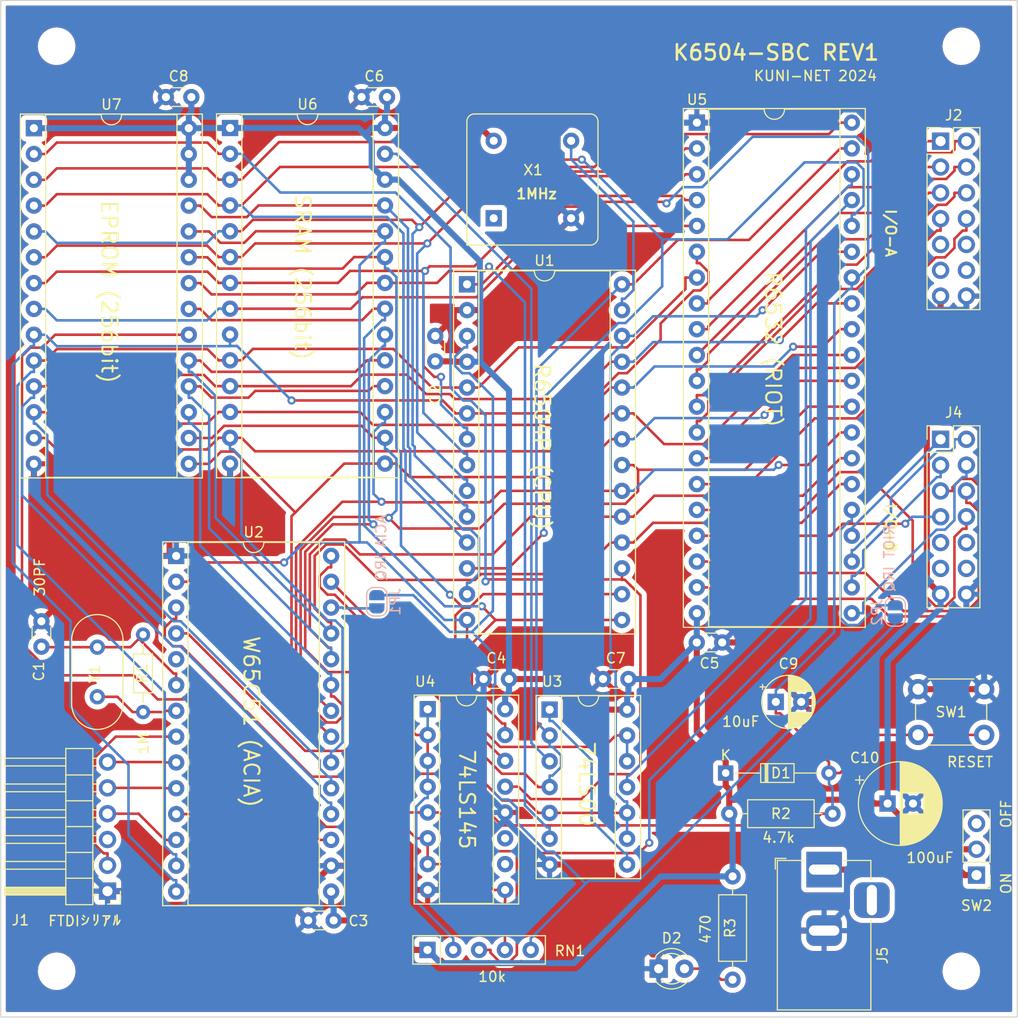
<source format=kicad_pcb>
(kicad_pcb (version 20221018) (generator pcbnew)
  (layers (0 "F.Cu" signal) (31 "B.Cu" signal) (34 "B.Paste" user) (35 "F.Paste" user) (36 "B.SilkS" user "B.Silkscreen") (37 "F.SilkS" user "F.Silkscreen") (38 "B.Mask" user) (39 "F.Mask" user) (44 "Edge.Cuts" user))
  (net 0 "")
  (net 1 "Net-(U2-XTL-IN)")
  (net 2 "GND")
  (net 3 "VCC")
  (net 4 "/~{RES}")
  (net 5 "Net-(D2-A)")
  (net 6 "Net-(J1-Pin_2)")
  (net 8 "Net-(J1-Pin_4)")
  (net 9 "Net-(J1-Pin_5)")
  (net 10 "Net-(J1-Pin_6)")
  (net 11 "/PA0")
  (net 12 "/PA1")
  (net 13 "/PA2")
  (net 14 "/PA3")
  (net 15 "/PA4")
  (net 16 "/PA5")
  (net 17 "/PA6")
  (net 18 "/PA7")
  (net 23 "/PB0")
  (net 24 "/PB1")
  (net 25 "/PB2")
  (net 26 "/PB3")
  (net 27 "/PB4")
  (net 28 "/PB5")
  (net 29 "/PB6")
  (net 30 "/PB7")
  (net 35 "Net-(SW2-A)")
  (net 37 "Net-(U2-XTL-OUT)")
  (net 38 "/~{RAM}")
  (net 39 "/~{IO}")
  (net 40 "/~{ROM}")
  (net 41 "/~{IRQ}")
  (net 42 "/A0")
  (net 43 "/A1")
  (net 44 "/A2")
  (net 45 "/A3")
  (net 46 "/A4")
  (net 47 "/A5")
  (net 48 "/A6")
  (net 49 "/A7")
  (net 50 "/A8")
  (net 51 "/A9")
  (net 52 "/A10")
  (net 53 "/A11")
  (net 54 "/A12")
  (net 55 "/D7")
  (net 56 "/D6")
  (net 57 "/D5")
  (net 58 "/D4")
  (net 59 "/D3")
  (net 60 "/D2")
  (net 61 "/D1")
  (net 62 "/D0")
  (net 63 "/R{slash}~{W}")
  (net 64 "/CLK")
  (net 65 "/E")
  (net 67 "Net-(U2-~{DSR})")
  (net 68 "Net-(U3-Pad1)")
  (net 69 "/~{WR}")
  (net 70 "/~{RD}")
  (net 71 "/~{A9}")
  (net 75 "Net-(JP1-A)")
  (net 76 "Net-(JP2-A)")
  (footprint "MountingHole:MountingHole_3.2mm_M3" (layer "F.Cu") (at 94.5 146.5)
    (fp_text reference "H3" hide)
    (fp_text value "MountingHole")
  )
  (footprint "Package_DIP:DIP-28_W15.24mm_Socket" (layer "F.Cu") (at 92.26 63.56)
    (fp_text reference "U7")
    (fp_text value "27C256")
  )
  (footprint "Package_DIP:DIP-40_W15.24mm_Socket" (layer "F.Cu") (at 157.485 63.015)
    (fp_text reference "U5")
    (fp_text value "R6532")
  )
  (footprint "Capacitor_THT:C_Disc_D3.0mm_W1.6mm_P2.50mm" (layer "F.Cu") (at 124.5 60.5)
    (fp_text reference "C6")
    (fp_text value "0.1u")
  )
  (footprint "Diode_THT:D_DO-34_SOD68_P10.16mm_Horizontal" (layer "F.Cu") (at 160.32 127)
    (fp_text reference "D1")
    (fp_text value "1N4418")
  )
  (footprint "Capacitor_THT:CP_Radial_D8.0mm_P2.50mm" (layer "F.Cu") (at 176.2473 130)
    (fp_text reference "C10")
    (fp_text value "100u")
  )
  (footprint "Package_DIP:DIP-16_W7.62mm_Socket" (layer "F.Cu") (at 131 120.72)
    (fp_text reference "U4")
    (fp_text value "74LS145")
  )
  (footprint "Connector_PinHeader_2.54mm:PinHeader_2x07_P2.54mm_Vertical" (layer "F.Cu") (at 181.46 94.17)
    (fp_text reference "J4")
    (fp_text value "PIO-B")
  )
  (footprint "Capacitor_THT:C_Disc_D3.0mm_W1.6mm_P2.50mm" (layer "F.Cu") (at 136.5 117.75)
    (fp_text reference "C4")
    (fp_text value "0.1u")
  )
  (footprint "Package_DIP:DIP-28_W15.24mm_Socket" (layer "F.Cu") (at 111.56 63.54)
    (fp_text reference "U6")
    (fp_text value "HM62256BLP")
  )
  (footprint "Connector_PinHeader_2.54mm:PinHeader_1x06_P2.54mm_Horizontal" (layer "F.Cu") (at 99.5 138.62 180)
    (fp_text reference "J1")
    (fp_text value "232C CON")
  )
  (footprint "Resistor_THT:R_Axial_DIN0207_L6.3mm_D2.5mm_P10.16mm_Horizontal" (layer "F.Cu") (at 161 137.17 -90)
    (fp_text reference "R3")
    (fp_text value "470")
  )
  (footprint "Capacitor_THT:C_Disc_D3.0mm_W1.6mm_P2.50mm" (layer "F.Cu") (at 131.75 84 -90)
    (fp_text reference "C2")
    (fp_text value "0.1u")
  )
  (footprint "Resistor_THT:R_Axial_DIN0207_L6.3mm_D2.5mm_P10.16mm_Horizontal" (layer "F.Cu") (at 160.67 131)
    (fp_text reference "R2")
    (fp_text value "4.7k")
  )
  (footprint "Capacitor_THT:C_Disc_D3.0mm_W1.6mm_P2.50mm" (layer "F.Cu") (at 148.25 117.75)
    (fp_text reference "C7")
    (fp_text value "0.1u")
  )
  (footprint "MountingHole:MountingHole_3.2mm_M3" (layer "F.Cu") (at 94.5 55.5)
    (fp_text reference "H1" hide)
    (fp_text value "MountingHole")
  )
  (footprint "Capacitor_THT:C_Disc_D3.0mm_W1.6mm_P2.50mm" (layer "F.Cu") (at 119.25 141.5)
    (fp_text reference "C3")
    (fp_text value "0.1u")
  )
  (footprint "Connector_PinHeader_2.54mm:PinHeader_1x03_P2.54mm_Vertical" (layer "F.Cu") (at 185 137.04 180)
    (fp_text reference "SW2")
    (fp_text value "POWER_SW")
  )
  (footprint "Connector_BarrelJack:BarrelJack_Horizontal" (layer "F.Cu") (at 170 136.5 90)
    (fp_text reference "J5")
    (fp_text value "Barrel_Jack_Switch")
  )
  (footprint "Capacitor_THT:C_Disc_D3.0mm_W1.6mm_P2.50mm" (layer "F.Cu") (at 105.25 60.5)
    (fp_text reference "C8")
    (fp_text value "0.1u")
  )
  (footprint "Capacitor_THT:C_Disc_D3.0mm_W1.6mm_P2.50mm" (layer "F.Cu") (at 93 114.57 90)
    (fp_text reference "C1")
    (fp_text value "22p")
  )
  (footprint "Capacitor_THT:CP_Radial_D5.0mm_P2.50mm" (layer "F.Cu") (at 165.25 120)
    (fp_text reference "C9")
    (fp_text value "10u")
  )
  (footprint "LED_THT:LED_D3.0mm" (layer "F.Cu") (at 153.725 146.25)
    (fp_text reference "D2")
    (fp_text value "POWER_LED")
  )
  (footprint "MountingHole:MountingHole_3.2mm_M3" (layer "F.Cu") (at 183.5 146.5)
    (fp_text reference "H4" hide)
    (fp_text value "MountingHole")
  )
  (footprint "Connector_PinHeader_2.54mm:PinHeader_2x07_P2.54mm_Vertical" (layer "F.Cu") (at 181.46 64.84)
    (fp_text reference "J2")
    (fp_text value "PIO-A")
  )
  (footprint "Button_Switch_THT:SW_PUSH_6mm_H4.3mm" (layer "F.Cu") (at 179.25 118.75)
    (fp_text reference "SW1")
    (fp_text value "RESET SW")
  )
  (footprint "MountingHole:MountingHole_3.2mm_M3" (layer "F.Cu") (at 183.5 55.5)
    (fp_text reference "H2" hide)
    (fp_text value "MountingHole")
  )
  (footprint "Resistor_THT:R_Array_SIP5" (layer "F.Cu") (at 130.98 144.4)
    (fp_text reference "RN1")
    (fp_text value "10k")
  )
  (footprint "Resistor_THT:R_Axial_DIN0204_L3.6mm_D1.6mm_P7.62mm_Horizontal" (layer "F.Cu") (at 103 113.38 -90)
    (fp_text reference "R1")
    (fp_text value "1M")
  )
  (footprint "Oscillator:Oscillator_DIP-8" (layer "F.Cu") (at 137.495 72.42)
    (fp_text reference "X1")
    (fp_text value "1MHz")
  )
  (footprint "Crystal:Crystal_HC49-U_Vertical" (layer "F.Cu") (at 98.5 114.62 -90)
    (fp_text reference "Y1")
    (fp_text value "1.8432MHz")
  )
  (footprint "Capacitor_THT:C_Disc_D3.0mm_W1.6mm_P2.50mm" (layer "F.Cu") (at 159.975 114.155 180)
    (fp_text reference "C5")
    (fp_text value "0.1u")
  )
  (footprint "Package_DIP:DIP-28_W15.24mm_Socket" (layer "F.Cu") (at 134.875 78.92)
    (fp_text reference "U1")
    (fp_text value "R6504P")
  )
  (footprint "Package_DIP:DIP-14_W7.62mm_Socket" (layer "F.Cu") (at 143 120.76)
    (fp_text reference "U3")
    (fp_text value "74LS00")
  )
  (footprint "Package_DIP:DIP-28_W15.24mm_Socket" (layer "F.Cu") (at 106.26 105.64)
    (fp_text reference "U2")
    (fp_text value "W65C51")
  )
  (footprint "Jumper:SolderJumper-2_P1.3mm_Open_RoundedPad1.0x1.5mm" (layer "B.Cu") (at 177 111.15 -90)
    (fp_text reference "JP2")
    (fp_text value "RIOT JP")
  )
  (footprint "Jumper:SolderJumper-2_P1.3mm_Open_RoundedPad1.0x1.5mm" (layer "B.Cu") (at 126 110.15 90)
    (fp_text reference "JP1")
    (fp_text value "ACIA JP")
  )
  (gr_rect (start 89 51) (end 189 151) (stroke (width 0.1)) (fill none) (layer "Edge.Cuts"))
  (gr_text "ACIA IRQ" (at 127 101.5 90) (layer "B.SilkS") (effects (font (size 1 1)) (justify left bottom mirror)))
  (gr_text "RIOT IRQ" (at 177 102.5 90) (layer "B.SilkS") (effects (font (size 1 1)) (justify left bottom mirror)))
  (gr_text "R6504P (CPU)" (at 141.37 86.55 270) (layer "F.SilkS") (effects (font (size 1.5 1.5) (thickness 0.2)) (justify left bottom)))
  (gr_text "1MHz" (at 139.61 70.61) (layer "F.SilkS") (effects (font (size 1 1) (thickness 0.2)) (justify left bottom)))
  (gr_text "SRAM (256bit)" (at 117.82 69.95 270) (layer "F.SilkS") (effects (font (size 1.5 1.5) (thickness 0.2)) (justify left bottom)))
  (gr_text "ON" (at 188.5 139 90) (layer "F.SilkS") (effects (font (size 1 1)) (justify left bottom)))
  (gr_text "4.7k" (at 163.82 133.94) (layer "F.SilkS") (effects (font (size 1 1)) (justify left bottom)))
  (gr_text "100uF" (at 178.01 135.92) (layer "F.SilkS") (effects (font (size 1 1)) (justify left bottom)))
  (gr_text "K6504-SBC REV1" (at 155 57) (layer "F.SilkS") (effects (font (size 1.5 1.5) (thickness 0.25)) (justify left bottom)))
  (gr_text "470" (at 158.92 143.89 90) (layer "F.SilkS") (effects (font (size 1 1)) (justify left bottom)))
  (gr_text "FTDIシリアル" (at 93.58 142.14) (layer "F.SilkS") (effects (font (size 1 1)) (justify left bottom)))
  (gr_text "RESET" (at 182 126.5) (layer "F.SilkS") (effects (font (size 1 1)) (justify left bottom)))
  (gr_text "OFF" (at 188.5 132.5 90) (layer "F.SilkS") (effects (font (size 1 1)) (justify left bottom)))
  (gr_text "I/O-A" (at 175.97 71.41 270) (layer "F.SilkS") (effects (font (size 1 1) (thickness 0.2)) (justify left bottom)))
  (gr_text "KUNI-NET 2024" (at 163 59) (layer "F.SilkS") (effects (font (size 1 1)) (justify left bottom)))
  (gr_text "1M" (at 103.63 125.24 90) (layer "F.SilkS") (effects (font (size 1 1)) (justify left bottom)))
  (gr_text "R6532 (RIOT)" (at 164.11 77.55 270) (layer "F.SilkS") (effects (font (size 1.5 1.5) (thickness 0.2)) (justify left bottom)))
  (gr_text "30PF" (at 93.42 109.71 90) (layer "F.SilkS") (effects (font (size 1 1)) (justify left bottom)))
  (gr_text "74LS145" (at 133.98 124.58 270) (layer "F.SilkS") (effects (font (size 1.5 1.5) (thickness 0.2)) (justify left bottom)))
  (gr_text "10k" (at 135.88 147.62) (layer "F.SilkS") (effects (font (size 1 1)) (justify left bottom)))
  (gr_text "EPROM (256bit)" (at 98.8 70.53 270) (layer "F.SilkS") (effects (font (size 1.5 1.5) (thickness 0.2)) (justify left bottom)))
  (gr_text "I/O-B" (at 175.97 100.37 270) (layer "F.SilkS") (effects (font (size 1 1) (thickness 0.2)) (justify left bottom)))
  (gr_text "W65C51 (ACIA)" (at 112.77 113.39 270) (layer "F.SilkS") (effects (font (size 1.5 1.5) (thickness 0.2)) (justify left bottom)))
  (gr_text "74LS00" (at 145.76 123.78 270) (layer "F.SilkS") (effects (font (size 1.5 1.5) (thickness 0.2)) (justify left bottom)))
  (gr_text "10uF" (at 159.87 122.53) (layer "F.SilkS") (effects (font (size 1 1)) (justify left bottom)))
  (segment (start 106.26 118.34) (end 106.26 117.2147) (width 0.25) (layer "F.Cu") (net 1))
  (segment (start 102.5879 113.7921) (end 101.76 114.62) (width 0.25) (layer "F.Cu") (net 1))
  (segment (start 102.5879 113.7921) (end 106.0105 117.2147) (width 0.25) (layer "F.Cu") (net 1))
  (segment (start 98.5 114.62) (end 93.05 114.62) (width 0.25) (layer "F.Cu") (net 1))
  (segment (start 93.05 114.62) (end 93 114.57) (width 0.25) (layer "F.Cu") (net 1))
  (segment (start 103 113.38) (end 102.5879 113.7921) (width 0.25) (layer "F.Cu") (net 1))
  (segment (start 101.76 114.62) (end 98.5 114.62) (width 0.25) (layer "F.Cu") (net 1))
  (segment (start 106.0105 117.2147) (end 106.26 117.2147) (width 0.25) (layer "F.Cu") (net 1))
  (segment (start 98.6101 106.4599) (end 98.6101 105.64) (width 0.6) (layer "F.Cu") (net 2))
  (segment (start 93 112.07) (end 98.6101 106.4599) (width 0.6) (layer "F.Cu") (net 2))
  (segment (start 179.25 118.75) (end 178 120) (width 0.6) (layer "F.Cu") (net 2))
  (segment (start 133.5747 82.1753) (end 133.5747 81.46) (width 0.6) (layer "F.Cu") (net 2))
  (segment (start 99.5 138.62) (end 100.8503 138.62) (width 0.6) (layer "F.Cu") (net 2))
  (segment (start 121.5 136.12) (end 122.8003 136.12) (width 0.6) (layer "F.Cu") (net 2))
  (segment (start 106.26 105.64) (end 105.6099 105.64) (width 0.6) (layer "F.Cu") (net 2))
  (segment (start 153.15 144.8497) (end 153.725 144.8497) (width 0.6) (layer "F.Cu") (net 2))
  (segment (start 105.6099 103.8104) (end 111.56 97.8603) (width 0.6) (layer "F.Cu") (net 2))
  (segment (start 98.6101 104.2304) (end 92.26 97.8803) (width 0.6) (layer "F.Cu") (net 2))
  (segment (start 136.1753 81.3597) (end 136.1753 81.46) (width 0.6) (layer "F.Cu") (net 2))
  (segment (start 119.25 141.5) (end 117.9385 140.1885) (width 0.6) (layer "F.Cu") (net 2))
  (segment (start 131 138.5) (end 125.1803 138.5) (width 0.6) (layer "F.Cu") (net 2))
  (segment (start 156.0747 142.5) (end 153.725 144.8497) (width 0.6) (layer "F.Cu") (net 2))
  (segment (start 137.8075 116.4425) (end 146.9425 116.4425) (width 0.6) (layer "F.Cu") (net 2))
  (segment (start 146.9425 116.4425) (end 148.25 117.75) (width 0.6) (layer "F.Cu") (net 2))
  (segment (start 136.5 117.75) (end 137.8075 116.4425) (width 0.6) (layer "F.Cu") (net 2))
  (segment (start 102.2003 139.97) (end 100.8503 138.62) (width 0.6) (layer "F.Cu") (net 2))
  (segment (start 117.9385 139.97) (end 117.9385 139.6815) (width 0.6) (layer "F.Cu") (net 2))
  (segment (start 92.26 96.58) (end 92.26 97.8803) (width 0.6) (layer "F.Cu") (net 2))
  (segment (start 98.6101 105.64) (end 98.6101 104.2304) (width 0.6) (layer "F.Cu") (net 2))
  (segment (start 178 120) (end 167.75 120) (width 0.6) (layer "F.Cu") (net 2))
  (segment (start 105.6099 105.64) (end 104.9597 105.64) (width 0.6) (layer "F.Cu") (net 2))
  (segment (start 161.905 114.155) (end 159.975 114.155) (width 0.6) (layer "F.Cu") (net 2))
  (segment (start 111.56 96.56) (end 111.56 97.8603) (width 0.6) (layer "F.Cu") (net 2))
  (segment (start 131.75 84) (end 133.5747 82.1753) (width 0.6) (layer "F.Cu") (net 2))
  (segment (start 123.1996 61.8004) (end 124.5 60.5) (width 0.6) (layer "F.Cu") (net 2))
  (segment (start 117.9385 140.1885) (end 117.9385 139.97) (width 0.6) (layer "F.Cu") (net 2))
  (segment (start 106.5504 61.8004) (end 123.1996 61.8004) (width 0.6) (layer "F.Cu") (net 2))
  (segment (start 144.3003 136) (end 153.15 144.8497) (width 0.6) (layer "F.Cu") (net 2))
  (segment (start 117.9385 139.6815) (end 121.5 136.12) (width 0.6) (layer "F.Cu") (net 2))
  (segment (start 170 142.5) (end 156.0747 142.5) (width 0.6) (layer "F.Cu") (net 2))
  (segment (start 153.725 146.25) (end 153.725 144.8497) (width 0.6) (layer "F.Cu") (net 2))
  (segment (start 185.75 118.75) (end 179.25 118.75) (width 0.6) (layer "F.Cu") (net 2))
  (segment (start 125.1803 138.5) (end 122.8003 136.12) (width 0.6) (layer "F.Cu") (net 2))
  (segment (start 105.6099 105.64) (end 105.6099 103.8104) (width 0.6) (layer "F.Cu") (net 2))
  (segment (start 117.9385 139.97) (end 102.2003 139.97) (width 0.6) (layer "F.Cu") (net 2))
  (segment (start 143 136) (end 144.3003 136) (width 0.6) (layer "F.Cu") (net 2))
  (segment (start 105.25 60.5) (end 106.5504 61.8004) (width 0.6) (layer "F.Cu") (net 2))
  (segment (start 134.875 81.46) (end 136.1753 81.46) (width 0.6) (layer "F.Cu") (net 2))
  (segment (start 167.75 120) (end 161.905 114.155) (width 0.6) (layer "F.Cu") (net 2))
  (segment (start 145.115 72.42) (end 136.1753 81.3597) (width 0.6) (layer "F.Cu") (net 2))
  (segment (start 98.6101 105.64) (end 104.9597 105.64) (width 0.6) (layer "F.Cu") (net 2))
  (segment (start 134.875 81.46) (end 133.5747 81.46) (width 0.6) (layer "F.Cu") (net 2))
  (segment (start 138.62 130.88) (end 136.5 128.76) (width 0.6) (layer "B.Cu") (net 2))
  (segment (start 174.9618 75.4991) (end 174.9618 63.401) (width 0.6) (layer "B.Cu") (net 2))
  (segment (start 143.7842 64.2585) (end 138.725 59.1993) (width 0.6) (layer "B.Cu") (net 2))
  (segment (start 172.2504 136.4969) (end 178.7473 130) (width 0.6) (layer "B.Cu") (net 2))
  (segment (start 145.115 72.42) (end 143.7842 71.0892) (width 0.6) (layer "B.Cu") (net 2))
  (segment (start 184 81.2302) (end 184 81.4303) (width 0.6) (layer "B.Cu") (net 2))
  (segment (start 185.75 112.5103) (end 184 110.7603) (width 0.6) (layer "B.Cu") (net 2))
  (segment (start 125.8007 59.1993) (end 124.5 60.5) (width 0.6) (layer "B.Cu") (net 2))
  (segment (start 172.2504 140.2496) (end 172.2504 136.4969) (width 0.6) (layer "B.Cu") (net 2))
  (segment (start 138.725 59.1993) (end 125.8007 59.1993) (width 0.6) (layer "B.Cu") (net 2))
  (segment (start 157.485 63.015) (end 158.7853 63.015) (width 0.6) (layer "B.Cu") (net 2))
  (segment (start 132.3003 138.5) (end 132.3003 137.9006) (width 0.6) (layer "B.Cu") (net 2))
  (segment (start 143.7842 71.0892) (end 143.7842 64.2585) (width 0.6) (layer "B.Cu") (net 2))
  (segment (start 184 80.08) (end 184 81.2302) (width 0.6) (layer "B.Cu") (net 2))
  (segment (start 99.5 138.62) (end 94.8418 133.9618) (width 0.6) (layer "B.Cu") (net 2))
  (segment (start 180.893 81.4303) (end 174.9618 75.4991) (width 0.6) (layer "B.Cu") (net 2))
  (segment (start 145.0277 63.015) (end 157.485 63.015) (width 0.6) (layer "B.Cu") (net 2))
  (segment (start 174.9618 63.401) (end 173.2755 61.7147) (width 0.6) (layer "B.Cu") (net 2))
  (segment (start 177.7476 120.2524) (end 179.25 118.75) (width 0.6) (layer "B.Cu") (net 2))
  (segment (start 178.7473 130) (end 177.7476 129.0003) (width 0.6) (layer "B.Cu") (net 2))
  (segment (start 185.3712 108.0388) (end 184 109.41) (width 0.6) (layer "B.Cu") (net 2))
  (segment (start 184 109.41) (end 184 110.7603) (width 0.6) (layer "B.Cu") (net 2))
  (segment (start 173.2755 61.7147) (end 160.0856 61.7147) (width 0.6) (layer "B.Cu") (net 2))
  (segment (start 131 138.5) (end 132.3003 138.5) (width 0.6) (layer "B.Cu") (net 2))
  (segment (start 136.5 128.76) (end 136.5 117.75) (width 0.6) (layer "B.Cu") (net 2))
  (segment (start 160.0856 61.7147) (end 158.7853 63.015) (width 0.6) (layer "B.Cu") (net 2))
  (segment (start 143 135.9609) (end 138.62 131.5809) (width 0.6) (layer "B.Cu") (net 2))
  (segment (start 177.7476 129.0003) (end 177.7476 120.2524) (width 0.6) (layer "B.Cu") (net 2))
  (segment (start 138.62 131.5809) (end 138.62 130.88) (width 0.6) (layer "B.Cu") (net 2))
  (segment (start 185.3712 82.8015) (end 185.3712 108.0388) (width 0.6) (layer "B.Cu") (net 2))
  (segment (start 170 142.5) (end 172.2504 140.2496) (width 0.6) (layer "B.Cu") (net 2))
  (segment (start 94.8418 113.9118) (end 93 112.07) (width 0.6) (layer "B.Cu") (net 2))
  (segment (start 143 136) (end 143 135.9609) (width 0.6) (layer "B.Cu") (net 2))
  (segment (start 143.7842 64.2585) (end 145.0277 63.015) (width 0.6) (layer "B.Cu") (net 2))
  (segment (start 94.8418 133.9618) (end 94.8418 113.9118) (width 0.6) (layer "B.Cu") (net 2))
  (segment (start 184 81.4303) (end 185.3712 82.8015) (width 0.6) (layer "B.Cu") (net 2))
  (segment (start 185.75 118.75) (end 185.75 112.5103) (width 0.6) (layer "B.Cu") (net 2))
  (segment (start 132.3003 137.9006) (end 138.62 131.5809) (width 0.6) (layer "B.Cu") (net 2))
  (segment (start 184 81.4303) (end 180.893 81.4303) (width 0.6) (layer "B.Cu") (net 2))
  (segment (start 157.475 122.9047) (end 160.32 125.7497) (width 0.6) (layer "F.Cu") (net 3))
  (segment (start 181.46 80.08) (end 181.46 81.4303) (width 0.6) (layer "F.Cu") (net 3))
  (segment (start 176.2473 130) (end 174.947 130) (width 0.6) (layer "F.Cu") (net 3))
  (segment (start 136.235 63.54) (end 137.495 64.8) (width 0.6) (layer "F.Cu") (net 3))
  (segment (start 160.67 129.625) (end 160.67 128.6003) (width 0.6) (layer "F.Cu") (net 3))
  (segment (start 126.7797 141.5) (end 121.75 141.5) (width 0.6) (layer "F.Cu") (net 3))
  (segment (start 160.67 131) (end 160.67 129.625) (width 0.6) (layer "F.Cu") (net 3))
  (segment (start 160.32 127) (end 160.32 128.2503) (width 0.6) (layer "F.Cu") (net 3))
  (segment (start 180.1096 82.7807) (end 181.46 81.4303) (width 0.6) (layer "F.Cu") (net 3))
  (segment (start 181.46 109.41) (end 180.1096 108.0596) (width 0.6) (layer "F.Cu") (net 3))
  (segment (start 131.75 86.5) (end 133.5347 86.5) (width 0.6) (layer "F.Cu") (net 3))
  (segment (start 180.1096 108.0596) (end 180.1096 82.7807) (width 0.6) (layer "F.Cu") (net 3))
  (segment (start 180.7473 134.5) (end 176.2473 130) (width 0.6) (layer "F.Cu") (net 3))
  (segment (start 126.8 63.54) (end 136.235 63.54) (width 0.6) (layer "F.Cu") (net 3))
  (segment (start 150.62 120.76) (end 146.4101 120.76) (width 0.6) (layer "F.Cu") (net 3))
  (segment (start 130.98 144.4) (end 129.6797 144.4) (width 0.6) (layer "F.Cu") (net 3))
  (segment (start 160.67 129.625) (end 174.572 129.625) (width 0.6) (layer "F.Cu") (net 3))
  (segment (start 160.32 127) (end 160.32 125.7497) (width 0.6) (layer "F.Cu") (net 3))
  (segment (start 174.572 129.625) (end 174.947 130) (width 0.6) (layer "F.Cu") (net 3))
  (segment (start 129.6797 144.4) (end 126.7797 141.5) (width 0.6) (layer "F.Cu") (net 3))
  (segment (start 160.67 128.6003) (end 160.32 128.2503) (width 0.6) (layer "F.Cu") (net 3))
  (segment (start 133.5347 86.5) (end 133.5747 86.54) (width 0.6) (layer "F.Cu") (net 3))
  (segment (start 185 134.5) (end 180.7473 134.5) (width 0.6) (layer "F.Cu") (net 3))
  (segment (start 143.4001 117.75) (end 139 117.75) (width 0.6) (layer "F.Cu") (net 3))
  (segment (start 146.4101 120.76) (end 143.4001 117.75) (width 0.6) (layer "F.Cu") (net 3))
  (segment (start 157.475 114.155) (end 157.475 122.9047) (width 0.6) (layer "F.Cu") (net 3))
  (segment (start 134.875 86.54) (end 133.5747 86.54) (width 0.6) (layer "F.Cu") (net 3))
  (segment (start 108.8203 63.54) (end 108.8003 63.56) (width 0.6) (layer "B.Cu") (net 3))
  (segment (start 176.2473 130) (end 176.2473 115.973) (width 0.6) (layer "B.Cu") (net 3))
  (segment (start 134.875 86.54) (end 136.1753 86.54) (width 0.6) (layer "B.Cu") (net 3))
  (segment (start 107.5 66.1) (end 107.5 68.64) (width 0.6) (layer "B.Cu") (net 3))
  (segment (start 126.8 68.62) (end 128.1003 68.62) (width 0.6) (layer "B.Cu") (net 3))
  (segment (start 161 137.17) (end 153.9141 137.17) (width 0.6) (layer "B.Cu") (net 3))
  (segment (start 126.8 68.62) (end 125.4898 67.3098) (width 0.6) (layer "B.Cu") (net 3))
  (segment (start 153.88 117.75) (end 157.475 114.155) (width 0.6) (layer "B.Cu") (net 3))
  (segment (start 107.75 62.0097) (end 107.75 60.5) (width 0.6) (layer "B.Cu") (net 3))
  (segment (start 121.75 141.5) (end 121.75 140.2103) (width 0.6) (layer "B.Cu") (net 3))
  (segment (start 124.8397 64.2) (end 124.1796 63.54) (width 0.6) (layer "B.Cu") (net 3))
  (segment (start 126.8 63.54) (end 125.4997 63.54) (width 0.6) (layer "B.Cu") (net 3))
  (segment (start 136.1356 76.6553) (end 136.1356 77.5479) (width 0.6) (layer "B.Cu") (net 3))
  (segment (start 121.75 140.2103) (end 121.5 139.9603) (width 0.6) (layer "B.Cu") (net 3))
  (segment (start 121.5 138.66) (end 121.5 139.9603) (width 0.6) (layer "B.Cu") (net 3))
  (segment (start 138.62 119.4197) (end 139 119.0397) (width 0.6) (layer "B.Cu") (net 3))
  (segment (start 150.75 119.3297) (end 150.75 117.75) (width 0.6) (layer "B.Cu") (net 3))
  (segment (start 124.1796 63.54) (end 111.56 63.54) (width 0.6) (layer "B.Cu") (net 3))
  (segment (start 176.2473 115.973) (end 181.46 110.7603) (width 0.6) (layer "B.Cu") (net 3))
  (segment (start 126.8 62.2397) (end 127 62.0397) (width 0.6) (layer "B.Cu") (net 3))
  (segment (start 128.1003 68.62) (end 136.1356 76.6553) (width 0.6) (layer "B.Cu") (net 3))
  (segment (start 181.46 109.41) (end 181.46 110.7603) (width 0.6) (layer "B.Cu") (net 3))
  (segment (start 150.75 117.75) (end 153.88 117.75) (width 0.6) (layer "B.Cu") (net 3))
  (segment (start 107.5 63.56) (end 108.8003 63.56) (width 0.6) (layer "B.Cu") (net 3))
  (segment (start 139 117.75) (end 139 89.3647) (width 0.6) (layer "B.Cu") (net 3))
  (segment (start 124.8397 64.2) (end 125.4997 63.54) (width 0.6) (layer "B.Cu") (net 3))
  (segment (start 160.67 131) (end 161 131.33) (width 0.6) (layer "B.Cu") (net 3))
  (segment (start 138.62 120.72) (end 138.62 119.4197) (width 0.6) (layer "B.Cu") (net 3))
  (segment (start 125.4898 64.8502) (end 124.8397 64.2) (width 0.6) (layer "B.Cu") (net 3))
  (segment (start 139 119.0397) (end 139 117.75) (width 0.6) (layer "B.Cu") (net 3))
  (segment (start 150.62 120.76) (end 150.62 119.4597) (width 0.6) (layer "B.Cu") (net 3))
  (segment (start 157.485 111.275) (end 157.485 112.5753) (width 0.6) (layer "B.Cu") (net 3))
  (segment (start 136.1753 77.5876) (end 136.1753 86.54) (width 0.6) (layer "B.Cu") (net 3))
  (segment (start 107.5 63.56) (end 107.5 66.1) (width 0.6) (layer "B.Cu") (net 3))
  (segment (start 107.5 63.56) (end 107.5 62.2597) (width 0.6) (layer "B.Cu") (net 3))
  (segment (start 126.8 63.54) (end 126.8 62.2397) (width 0.6) (layer "B.Cu") (net 3))
  (segment (start 145.3827 145.7014) (end 132.2814 145.7014) (width 0.6) (layer "B.Cu") (net 3))
  (segment (start 153.9141 137.17) (end 145.3827 145.7014) (width 0.6) (layer "B.Cu") (net 3))
  (segment (start 111.56 63.54) (end 108.8203 63.54) (width 0.6) (layer "B.Cu") (net 3))
  (segment (start 127 62.0397) (end 127 60.5) (width 0.6) (layer "B.Cu") (net 3))
  (segment (start 125.4898 67.3098) (end 125.4898 64.8502) (width 0.6) (layer "B.Cu") (net 3))
  (segment (start 157.475 114.155) (end 157.475 112.5853) (width 0.6) (layer "B.Cu") (net 3))
  (segment (start 150.62 119.4597) (end 150.75 119.3297) (width 0.6) (layer "B.Cu") (net 3))
  (segment (start 139 89.3647) (end 136.1753 86.54) (width 0.6) (layer "B.Cu") (net 3))
  (segment (start 136.1356 77.5479) (end 136.1753 77.5876) (width 0.6) (layer "B.Cu") (net 3))
  (segment (start 107.5 63.56) (end 93.5603 63.56) (width 0.6) (layer "B.Cu") (net 3))
  (segment (start 161 131.33) (end 161 137.17) (width 0.6) (layer "B.Cu") (net 3))
  (segment (start 92.26 63.56) (end 93.5603 63.56) (width 0.6) (layer "B.Cu") (net 3))
  (segment (start 107.5 62.2597) (end 107.75 62.0097) (width 0.6) (layer "B.Cu") (net 3))
  (segment (start 132.2814 145.7014) (end 130.98 144.4) (width 0.6) (layer "B.Cu") (net 3))
  (segment (start 157.475 112.5853) (end 157.485 112.5753) (width 0.6) (layer "B.Cu") (net 3))
  (segment (start 169.7047 131) (end 168.5547 132.15) (width 0.25) (layer "F.Cu") (net 4))
  (segment (start 136.3295 78.92) (end 137.818 77.4315) (width 0.25) (layer "F.Cu") (net 4))
  (segment (start 133.218 127.07) (end 126.7016 127.07) (width 0.25) (layer "F.Cu") (net 4))
  (segment (start 137.818 77.4315) (end 137.818 77.3218) (width 0.25) (layer "F.Cu") (net 4))
  (segment (start 179.25 123.25) (end 175.3053 123.25) (width 0.25) (layer "F.Cu") (net 4))
  (segment (start 136.0003 78.92) (end 136.3295 78.92) (width 0.25) (layer "F.Cu") (net 4))
  (segment (start 138.298 132.15) (end 133.218 127.07) (width 0.25) (layer "F.Cu") (net 4))
  (segment (start 154.3436 70.8038) (end 154.4979 70.9581) (width 0.25) (layer "F.Cu") (net 4))
  (segment (start 126.7016 127.07) (end 124.4534 124.8218) (width 0.25) (layer "F.Cu") (net 4))
  (segment (start 170.48 127) (end 170.48 125.9247) (width 0.25) (layer "F.Cu") (net 4))
  (segment (start 137.818 77.3218) (end 144.336 70.8038) (width 0.25) (layer "F.Cu") (net 4))
  (segment (start 170.48 127) (end 171.5553 127) (width 0.25) (layer "F.Cu") (net 4))
  (segment (start 134.875 78.92) (end 136.0003 78.92) (width 0.25) (layer "F.Cu") (net 4))
  (segment (start 124.4534 124.8218) (end 118.9471 124.8218) (width 0.25) (layer "F.Cu") (net 4))
  (segment (start 185.75 123.25) (end 179.25 123.25) (width 0.25) (layer "F.Cu") (net 4))
  (segment (start 170.83 131) (end 169.7047 131) (width 0.25) (layer "F.Cu") (net 4))
  (segment (start 165.25 121.1253) (end 165.6806 121.1253) (width 0.25) (layer "F.Cu") (net 4))
  (segment (start 175.3053 123.25) (end 171.5553 127) (width 0.25) (layer "F.Cu") (net 4))
  (segment (start 165.25 120) (end 165.25 121.1253) (width 0.25) (layer "F.Cu") (net 4))
  (segment (start 106.26 113.26) (end 107.3853 113.26) (width 0.25) (layer "F.Cu") (net 4))
  (segment (start 144.336 70.8038) (end 154.3436 70.8038) (width 0.25) (layer "F.Cu") (net 4))
  (segment (start 168.5547 132.15) (end 138.298 132.15) (width 0.25) (layer "F.Cu") (net 4))
  (segment (start 165.6806 121.1253) (end 170.48 125.9247) (width 0.25) (layer "F.Cu") (net 4))
  (segment (start 118.9471 124.8218) (end 107.3853 113.26) (width 0.25) (layer "F.Cu") (net 4))
  (via (at 154.4979 70.9581) (size 0.8) (drill 0.4) (layers "F.Cu" "B.Cu") (net 4))
  (segment (start 156.091 69.365) (end 154.4979 70.9581) (width 0.25) (layer "B.Cu") (net 4))
  (segment (start 158.0152 69.365) (end 156.091 69.365) (width 0.25) (layer "B.Cu") (net 4))
  (segment (start 165.25 120) (end 165.25 118.8747) (width 0.25) (layer "B.Cu") (net 4))
  (segment (start 170.48 127) (end 170.48 128.0753) (width 0.25) (layer "B.Cu") (net 4))
  (segment (start 174.3364 77.2062) (end 174.3364 65.5717) (width 0.25) (layer "B.Cu") (net 4))
  (segment (start 172.725 78.8176) (end 174.3364 77.2062) (width 0.25) (layer "B.Cu") (net 4))
  (segment (start 165.25 118.8747) (end 171.0017 113.123) (width 0.25) (layer "B.Cu") (net 4))
  (segment (start 172.725 78.8176) (end 172.725 79.3803) (width 0.25) (layer "B.Cu") (net 4))
  (segment (start 171.0017 113.123) (end 171.0017 80.8223) (width 0.25) (layer "B.Cu") (net 4))
  (segment (start 172.4437 79.3803) (end 172.725 79.3803) (width 0.25) (layer "B.Cu") (net 4))
  (segment (start 172.725 78.255) (end 172.725 78.8176) (width 0.25) (layer "B.Cu") (net 4))
  (segment (start 170.48 128.0753) (end 170.83 128.4253) (width 0.25) (layer "B.Cu") (net 4))
  (segment (start 173.1672 64.4025) (end 162.9777 64.4025) (width 0.25) (layer "B.Cu") (net 4))
  (segment (start 162.9777 64.4025) (end 158.0152 69.365) (width 0.25) (layer "B.Cu") (net 4))
  (segment (start 174.3364 65.5717) (end 173.1672 64.4025) (width 0.25) (layer "B.Cu") (net 4))
  (segment (start 171.0017 80.8223) (end 172.4437 79.3803) (width 0.25) (layer "B.Cu") (net 4))
  (segment (start 170.83 128.4253) (end 170.83 131) (width 0.25) (layer "B.Cu") (net 4))
  (segment (start 161 147.33) (end 159.8747 147.33) (width 0.25) (layer "F.Cu") (net 5))
  (segment (start 158.7947 146.25) (end 159.8747 147.33) (width 0.25) (layer "F.Cu") (net 5))
  (segment (start 156.265 146.25) (end 158.7947 146.25) (width 0.25) (layer "F.Cu") (net 5))
  (segment (start 98.2742 134.0462) (end 98.2742 125.455) (width 0.25) (layer "F.Cu") (net 6))
  (segment (start 99.1327 134.9047) (end 98.2742 134.0462) (width 0.25) (layer "F.Cu") (net 6))
  (segment (start 100.3092 123.42) (end 106.26 123.42) (width 0.25) (layer "F.Cu") (net 6))
  (segment (start 98.2742 125.455) (end 100.3092 123.42) (width 0.25) (layer "F.Cu") (net 6))
  (segment (start 99.5 136.08) (end 99.5 134.9047) (width 0.25) (layer "F.Cu") (net 6))
  (segment (start 99.5 134.9047) (end 99.1327 134.9047) (width 0.25) (layer "F.Cu") (net 6))
  (segment (start 99.5 131) (end 102.5547 131) (width 0.25) (layer "F.Cu") (net 8))
  (segment (start 102.5547 131) (end 105.1347 133.58) (width 0.25) (layer "F.Cu") (net 8))
  (segment (start 106.26 133.58) (end 105.1347 133.58) (width 0.25) (layer "F.Cu") (net 8))
  (segment (start 106.26 128.5) (end 105.1347 128.5) (width 0.25) (layer "F.Cu") (net 9))
  (segment (start 99.5 128.46) (end 105.0947 128.46) (width 0.25) (layer "F.Cu") (net 9))
  (segment (start 105.0947 128.46) (end 105.1347 128.5) (width 0.25) (layer "F.Cu") (net 9))
  (segment (start 105.0947 125.92) (end 105.1347 125.96) (width 0.25) (layer "F.Cu") (net 10))
  (segment (start 106.26 125.96) (end 105.1347 125.96) (width 0.25) (layer "F.Cu") (net 10))
  (segment (start 99.5 125.92) (end 105.0947 125.92) (width 0.25) (layer "F.Cu") (net 10))
  (segment (start 172.299 66.825) (end 158.6103 80.5137) (width 0.25) (layer "F.Cu") (net 11))
  (segment (start 174.5689 66.825) (end 172.299 66.825) (width 0.25) (layer "F.Cu") (net 11))
  (segment (start 181.46 64.84) (end 176.5539 64.84) (width 0.25) (layer "F.Cu") (net 11))
  (segment (start 158.6103 80.5137) (end 158.6103 80.795) (width 0.25) (layer "F.Cu") (net 11))
  (segment (start 176.5539 64.84) (end 174.5689 66.825) (width 0.25) (layer "F.Cu") (net 11))
  (segment (start 157.485 80.795) (end 158.6103 80.795) (width 0.25) (layer "F.Cu") (net 11))
  (segment (start 178.4775 66.0153) (end 175.1278 69.365) (width 0.25) (layer "F.Cu") (net 12))
  (segment (start 184 64.84) (end 182.8247 64.84) (width 0.25) (layer "F.Cu") (net 12))
  (segment (start 182.8247 64.84) (end 182.8247 65.6481) (width 0.25) (layer "F.Cu") (net 12))
  (segment (start 172.299 69.365) (end 158.6103 83.0537) (width 0.25) (layer "F.Cu") (net 12))
  (segment (start 158.6103 83.0537) (end 158.6103 83.335) (width 0.25) (layer "F.Cu") (net 12))
  (segment (start 157.485 83.335) (end 158.6103 83.335) (width 0.25) (layer "F.Cu") (net 12))
  (segment (start 182.4575 66.0153) (end 178.4775 66.0153) (width 0.25) (layer "F.Cu") (net 12))
  (segment (start 182.8247 65.6481) (end 182.4575 66.0153) (width 0.25) (layer "F.Cu") (net 12))
  (segment (start 175.1278 69.365) (end 172.299 69.365) (width 0.25) (layer "F.Cu") (net 12))
  (segment (start 174.8552 71.905) (end 171.455 71.905) (width 0.25) (layer "F.Cu") (net 13))
  (segment (start 179.3802 67.38) (end 174.8552 71.905) (width 0.25) (layer "F.Cu") (net 13))
  (segment (start 171.455 71.905) (end 157.485 85.875) (width 0.25) (layer "F.Cu") (net 13))
  (segment (start 181.46 67.38) (end 179.3802 67.38) (width 0.25) (layer "F.Cu") (net 13))
  (segment (start 157.485 88.415) (end 157.485 87.2897) (width 0.25) (layer "F.Cu") (net 14))
  (segment (start 157.7664 87.2897) (end 158.6103 86.4458) (width 0.25) (layer "F.Cu") (net 14))
  (segment (start 174.2681 74.487) (end 180.1998 68.5553) (width 0.25) (layer "F.Cu") (net 14))
  (segment (start 158.6103 85.7673) (end 169.8906 74.487) (width 0.25) (layer "F.Cu") (net 14))
  (segment (start 182.0168 68.5553) (end 182.8247 67.7474) (width 0.25) (layer "F.Cu") (net 14))
  (segment (start 158.6103 86.4458) (end 158.6103 85.7673) (width 0.25) (layer "F.Cu") (net 14))
  (segment (start 180.1998 68.5553) (end 182.0168 68.5553) (width 0.25) (layer "F.Cu") (net 14))
  (segment (start 184 67.38) (end 182.8247 67.38) (width 0.25) (layer "F.Cu") (net 14))
  (segment (start 182.8247 67.7474) (end 182.8247 67.38) (width 0.25) (layer "F.Cu") (net 14))
  (segment (start 169.8906 74.487) (end 174.2681 74.487) (width 0.25) (layer "F.Cu") (net 14))
  (segment (start 157.485 87.2897) (end 157.7664 87.2897) (width 0.25) (layer "F.Cu") (net 14))
  (segment (start 180.2847 69.92) (end 173.2197 76.985) (width 0.25) (layer "F.Cu") (net 15))
  (segment (start 157.485 90.955) (end 157.485 89.8297) (width 0.25) (layer "F.Cu") (net 15))
  (segment (start 181.46 69.92) (end 180.2847 69.92) (width 0.25) (layer "F.Cu") (net 15))
  (segment (start 158.5075 89.8297) (end 157.485 89.8297) (width 0.25) (layer "F.Cu") (net 15))
  (segment (start 173.2197 76.985) (end 171.3522 76.985) (width 0.25) (layer "F.Cu") (net 15))
  (segment (start 171.3522 76.985) (end 158.5075 89.8297) (width 0.25) (layer "F.Cu") (net 15))
  (segment (start 157.485 93.495) (end 157.485 92.3697) (width 0.25) (layer "F.Cu") (net 16))
  (segment (start 157.7664 92.3697) (end 157.485 92.3697) (width 0.25) (layer "F.Cu") (net 16))
  (segment (start 158.6103 91.5258) (end 157.7664 92.3697) (width 0.25) (layer "F.Cu") (net 16))
  (segment (start 158.6103 90.4153) (end 158.6103 91.5258) (width 0.25) (layer "F.Cu") (net 16))
  (segment (start 174.0317 78.5473) (end 173.1986 79.3804) (width 0.25) (layer "F.Cu") (net 16))
  (segment (start 182.0168 71.0953) (end 181.1576 71.0953) (width 0.25) (layer "F.Cu") (net 16))
  (segment (start 173.1986 79.3804) (end 169.6452 79.3804) (width 0.25) (layer "F.Cu") (net 16))
  (segment (start 181.1576 71.0953) (end 174.0317 78.2212) (width 0.25) (layer "F.Cu") (net 16))
  (segment (start 169.6452 79.3804) (end 158.6103 90.4153) (width 0.25) (layer "F.Cu") (net 16))
  (segment (start 182.8247 69.92) (end 182.8247 70.2874) (width 0.25) (layer "F.Cu") (net 16))
  (segment (start 174.0317 78.2212) (end 174.0317 78.5473) (width 0.25) (layer "F.Cu") (net 16))
  (segment (start 184 69.92) (end 182.8247 69.92) (width 0.25) (layer "F.Cu") (net 16))
  (segment (start 182.8247 70.2874) (end 182.0168 71.0953) (width 0.25) (layer "F.Cu") (net 16))
  (segment (start 167.5003 87.145) (end 158.6103 96.035) (width 0.25) (layer "F.Cu") (net 17))
  (segment (start 181.0927 73.6353) (end 174.3309 80.3971) (width 0.25) (layer "F.Cu") (net 17))
  (segment (start 157.485 96.035) (end 158.6103 96.035) (width 0.25) (layer "F.Cu") (net 17))
  (segment (start 181.46 73.6353) (end 181.0927 73.6353) (width 0.25) (layer "F.Cu") (net 17))
  (segment (start 181.46 72.46) (end 181.46 73.6353) (width 0.25) (layer "F.Cu") (net 17))
  (segment (start 174.3309 85.8778) (end 173.0637 87.145) (width 0.25) (layer "F.Cu") (net 17))
  (segment (start 173.0637 87.145) (end 167.5003 87.145) (width 0.25) (layer "F.Cu") (net 17))
  (segment (start 174.3309 80.3971) (end 174.3309 85.8778) (width 0.25) (layer "F.Cu") (net 17))
  (segment (start 175.2323 90.0472) (end 173.1694 92.1101) (width 0.25) (layer "F.Cu") (net 18))
  (segment (start 169.0858 92.1101) (end 162.6209 98.575) (width 0.25) (layer "F.Cu") (net 18))
  (segment (start 182.8247 74.4432) (end 182.8247 75.3363) (width 0.25) (layer "F.Cu") (net 18))
  (segment (start 173.1694 92.1101) (end 169.0858 92.1101) (width 0.25) (layer "F.Cu") (net 18))
  (segment (start 181.891 76.27) (end 180.9874 76.27) (width 0.25) (layer "F.Cu") (net 18))
  (segment (start 183.6326 73.6353) (end 182.8247 74.4432) (width 0.25) (layer "F.Cu") (net 18))
  (segment (start 162.6209 98.575) (end 157.485 98.575) (width 0.25) (layer "F.Cu") (net 18))
  (segment (start 184 72.46) (end 184 73.6353) (width 0.25) (layer "F.Cu") (net 18))
  (segment (start 184 73.6353) (end 183.6326 73.6353) (width 0.25) (layer "F.Cu") (net 18))
  (segment (start 182.8247 75.3363) (end 181.891 76.27) (width 0.25) (layer "F.Cu") (net 18))
  (segment (start 175.2323 82.0251) (end 175.2323 90.0472) (width 0.25) (layer "F.Cu") (net 18))
  (segment (start 180.9874 76.27) (end 175.2323 82.0251) (width 0.25) (layer "F.Cu") (net 18))
  (segment (start 172.725 102.905) (end 172.725 103.655) (width 0.25) (layer "B.Cu") (net 23))
  (segment (start 181.46 94.17) (end 172.725 102.905) (width 0.25) (layer "B.Cu") (net 23))
  (segment (start 172.9178 105.0697) (end 172.725 105.0697) (width 0.25) (layer "B.Cu") (net 24))
  (segment (start 176.5781 99.9137) (end 176.5781 101.4094) (width 0.25) (layer "B.Cu") (net 24))
  (segment (start 184 94.17) (end 182.8247 94.17) (width 0.25) (layer "B.Cu") (net 24))
  (segment (start 182.8247 94.9781) (end 182.4575 95.3453) (width 0.25) (layer "B.Cu") (net 24))
  (segment (start 176.5781 101.4094) (end 172.9178 105.0697) (width 0.25) (layer "B.Cu") (net 24))
  (segment (start 182.4575 95.3453) (end 181.1465 95.3453) (width 0.25) (layer "B.Cu") (net 24))
  (segment (start 182.8247 94.17) (end 182.8247 94.9781) (width 0.25) (layer "B.Cu") (net 24))
  (segment (start 181.1465 95.3453) (end 176.5781 99.9137) (width 0.25) (layer "B.Cu") (net 24))
  (segment (start 172.725 106.195) (end 172.725 105.0697) (width 0.25) (layer "B.Cu") (net 24))
  (segment (start 181.46 97.8853) (end 181.0995 97.8853) (width 0.25) (layer "B.Cu") (net 25))
  (segment (start 181.46 96.71) (end 181.46 97.8853) (width 0.25) (layer "B.Cu") (net 25))
  (segment (start 172.725 108.735) (end 172.725 107.6097) (width 0.25) (layer "B.Cu") (net 25))
  (segment (start 173.0064 107.6097) (end 172.725 107.6097) (width 0.25) (layer "B.Cu") (net 25))
  (segment (start 181.0995 97.8853) (end 173.8503 105.1345) (width 0.25) (layer "B.Cu") (net 25))
  (segment (start 173.8503 106.7658) (end 173.0064 107.6097) (width 0.25) (layer "B.Cu") (net 25))
  (segment (start 173.8503 105.1345) (end 173.8503 106.7658) (width 0.25) (layer "B.Cu") (net 25))
  (segment (start 181.0589 103.06) (end 173.8503 110.2686) (width 0.25) (layer "B.Cu") (net 26))
  (segment (start 172.725 111.275) (end 173.8503 111.275) (width 0.25) (layer "B.Cu") (net 26))
  (segment (start 184 96.71) (end 184 97.8853) (width 0.25) (layer "B.Cu") (net 26))
  (segment (start 182.8247 102.1263) (end 181.891 103.06) (width 0.25) (layer "B.Cu") (net 26))
  (segment (start 183.6326 97.8853) (end 182.8247 98.6932) (width 0.25) (layer "B.Cu") (net 26))
  (segment (start 173.8503 110.2686) (end 173.8503 111.275) (width 0.25) (layer "B.Cu") (net 26))
  (segment (start 182.8247 98.6932) (end 182.8247 102.1263) (width 0.25) (layer "B.Cu") (net 26))
  (segment (start 181.891 103.06) (end 181.0589 103.06) (width 0.25) (layer "B.Cu") (net 26))
  (segment (start 184 97.8853) (end 183.6326 97.8853) (width 0.25) (layer "B.Cu") (net 26))
  (segment (start 185.6645 110.1144) (end 184.1905 111.5884) (width 0.25) (layer "F.Cu") (net 27))
  (segment (start 176.3952 111.5884) (end 174.6671 109.8603) (width 0.25) (layer "F.Cu") (net 27))
  (segment (start 157.485 108.735) (end 158.6103 108.735) (width 0.25) (layer "F.Cu") (net 27))
  (segment (start 184.1905 111.5884) (end 176.3952 111.5884) (width 0.25) (layer "F.Cu") (net 27))
  (segment (start 181.46 99.25) (end 182.6353 99.25) (width 0.25) (layer "F.Cu") (net 27))
  (segment (start 184.5488 98.0695) (end 185.6645 99.1852) (width 0.25) (layer "F.Cu") (net 27))
  (segment (start 174.6671 109.8603) (end 159.7356 109.8603) (width 0.25) (layer "F.Cu") (net 27))
  (segment (start 185.6645 99.1852) (end 185.6645 110.1144) (width 0.25) (layer "F.Cu") (net 27))
  (segment (start 183.4485 98.0695) (end 184.5488 98.0695) (width 0.25) (layer "F.Cu") (net 27))
  (segment (start 182.6353 99.25) (end 182.6353 98.8827) (width 0.25) (layer "F.Cu") (net 27))
  (segment (start 182.6353 98.8827) (end 183.4485 98.0695) (width 0.25) (layer "F.Cu") (net 27))
  (segment (start 159.7356 109.8603) (end 158.6103 108.735) (width 0.25) (layer "F.Cu") (net 27))
  (segment (start 159.7356 107.3203) (end 158.6103 106.195) (width 0.25) (layer "F.Cu") (net 28))
  (segment (start 157.485 106.195) (end 158.6103 106.195) (width 0.25) (layer "F.Cu") (net 28))
  (segment (start 184.0796 111.0624) (end 177.8207 111.0624) (width 0.25) (layer "F.Cu") (net 28))
  (segment (start 184 99.25) (end 184 100.4253) (width 0.25) (layer "F.Cu") (net 28))
  (segment (start 177.8207 111.0624) (end 174.0786 107.3203) (width 0.25) (layer "F.Cu") (net 28))
  (segment (start 185.2141 101.2721) (end 185.2141 109.9279) (width 0.25) (layer "F.Cu") (net 28))
  (segment (start 184.3673 100.4253) (end 185.2141 101.2721) (width 0.25) (layer "F.Cu") (net 28))
  (segment (start 174.0786 107.3203) (end 159.7356 107.3203) (width 0.25) (layer "F.Cu") (net 28))
  (segment (start 184 100.4253) (end 184.3673 100.4253) (width 0.25) (layer "F.Cu") (net 28))
  (segment (start 185.2141 109.9279) (end 184.0796 111.0624) (width 0.25) (layer "F.Cu") (net 28))
  (segment (start 171.8164 102.474) (end 170.6354 103.655) (width 0.25) (layer "F.Cu") (net 29))
  (segment (start 170.6354 103.655) (end 157.485 103.655) (width 0.25) (layer "F.Cu") (net 29))
  (segment (start 177.9919 102.474) (end 171.8164 102.474) (width 0.25) (layer "F.Cu") (net 29))
  (via (at 177.9919 102.474) (size 0.8) (drill 0.4) (layers "F.Cu" "B.Cu") (net 29))
  (segment (start 181.46 101.79) (end 178.6759 101.79) (width 0.25) (layer "B.Cu") (net 29))
  (segment (start 178.6759 101.79) (end 177.9919 102.474) (width 0.25) (layer "B.Cu") (net 29))
  (segment (start 182.8247 109.7167) (end 181.9461 110.5953) (width 0.25) (layer "F.Cu") (net 30))
  (segment (start 173.9438 97.4001) (end 171.5009 97.4001) (width 0.25) (layer "F.Cu") (net 30))
  (segment (start 182.8247 103.7732) (end 182.8247 109.7167) (width 0.25) (layer "F.Cu") (net 30))
  (segment (start 178.7172 108.3397) (end 178.7172 102.1735) (width 0.25) (layer "F.Cu") (net 30))
  (segment (start 184 102.9653) (end 183.6326 102.9653) (width 0.25) (layer "F.Cu") (net 30))
  (segment (start 178.7172 102.1735) (end 173.9438 97.4001) (width 0.25) (layer "F.Cu") (net 30))
  (segment (start 184 101.79) (end 184 102.9653) (width 0.25) (layer "F.Cu") (net 30))
  (segment (start 183.6326 102.9653) (end 182.8247 103.7732) (width 0.25) (layer "F.Cu") (net 30))
  (segment (start 180.9728 110.5953) (end 178.7172 108.3397) (width 0.25) (layer "F.Cu") (net 30))
  (segment (start 171.5009 97.4001) (end 167.786 101.115) (width 0.25) (layer "F.Cu") (net 30))
  (segment (start 167.786 101.115) (end 157.485 101.115) (width 0.25) (layer "F.Cu") (net 30))
  (segment (start 181.9461 110.5953) (end 180.9728 110.5953) (width 0.25) (layer "F.Cu") (net 30))
  (segment (start 170 136.5) (end 183.2847 136.5) (width 0.6) (layer "F.Cu") (net 35))
  (segment (start 185 137.04) (end 183.8247 137.04) (width 0.6) (layer "F.Cu") (net 35))
  (segment (start 183.2847 136.5) (end 183.8247 137.04) (width 0.6) (layer "F.Cu") (net 35))
  (segment (start 106.26 120.88) (end 105.1347 120.88) (width 0.25) (layer "F.Cu") (net 37))
  (segment (start 103 121) (end 105.0147 121) (width 0.25) (layer "F.Cu") (net 37))
  (segment (start 105.0147 121) (end 105.1347 120.88) (width 0.25) (layer "F.Cu") (net 37))
  (segment (start 103 121) (end 101.9747 121) (width 0.25) (layer "F.Cu") (net 37))
  (segment (start 98.5 119.5) (end 100.4747 119.5) (width 0.25) (layer "F.Cu") (net 37))
  (segment (start 100.4747 119.5) (end 101.9747 121) (width 0.25) (layer "F.Cu") (net 37))
  (segment (start 129.8747 123.26) (end 123.6847 117.07) (width 0.25) (layer "F.Cu") (net 38))
  (segment (start 121.6553 102.5344) (end 125.6628 102.5344) (width 0.25) (layer "F.Cu") (net 38))
  (segment (start 131 125.8) (end 131 123.26) (width 0.25) (layer "F.Cu") (net 38))
  (segment (start 121.1785 117.07) (end 118.9539 114.8454) (width 0.25) (layer "F.Cu") (net 38))
  (segment (start 118.9539 105.2358) (end 121.6553 102.5344) (width 0.25) (layer "F.Cu") (net 38))
  (segment (start 118.9539 114.8454) (end 118.9539 105.2358) (width 0.25) (layer "F.Cu") (net 38))
  (segment (start 131 123.26) (end 129.8747 123.26) (width 0.25) (layer "F.Cu") (net 38))
  (segment (start 123.6847 117.07) (end 121.1785 117.07) (width 0.25) (layer "F.Cu") (net 38))
  (via (at 125.6628 102.5344) (size 0.8) (drill 0.4) (layers "F.Cu" "B.Cu") (net 38))
  (segment (start 129.8747 139.6294) (end 129.8747 130.3092) (width 0.25) (layer "B.Cu") (net 38))
  (segment (start 130.7186 129.4653) (end 131 129.4653) (width 0.25) (layer "B.Cu") (net 38))
  (segment (start 126.6231 84.9853) (end 125.2134 86.395) (width 0.25) (layer "B.Cu") (net 38))
  (segment (start 131 128.34) (end 131 125.8) (width 0.25) (layer "B.Cu") (net 38))
  (segment (start 131 128.34) (end 131 129.4653) (width 0.25) (layer "B.Cu") (net 38))
  (segment (start 129.8747 130.3092) (end 130.7186 129.4653) (width 0.25) (layer "B.Cu") (net 38))
  (segment (start 133.52 143.2747) (end 129.8747 139.6294) (width 0.25) (layer "B.Cu") (net 38))
  (segment (start 126.8 84.9853) (end 126.6231 84.9853) (width 0.25) (layer "B.Cu") (net 38))
  (segment (start 131 123.26) (end 131 120.72) (width 0.25) (layer "B.Cu") (net 38))
  (segment (start 125.2134 86.395) (end 125.2134 102.085) (width 0.25) (layer "B.Cu") (net 38))
  (segment (start 133.52 144.4) (end 133.52 143.2747) (width 0.25) (layer "B.Cu") (net 38))
  (segment (start 126.8 83.86) (end 126.8 84.9853) (width 0.25) (layer "B.Cu") (net 38))
  (segment (start 125.2134 102.085) (end 125.6628 102.5344) (width 0.25) (layer "B.Cu") (net 38))
  (segment (start 139.7724 144.8671) (end 139.7724 134.8748) (width 0.25) (layer "F.Cu") (net 39))
  (segment (start 139.7724 134.8748) (end 139.7726 134.8746) (width 0.25) (layer "F.Cu") (net 39))
  (segment (start 105.9786 111.8453) (end 106.26 111.8453) (width 0.25) (layer "F.Cu") (net 39))
  (segment (start 105.1347 112.6892) (end 105.9786 111.8453) (width 0.25) (layer "F.Cu") (net 39))
  (segment (start 135.9353 134.69) (end 132.1253 130.88) (width 0.25) (layer "F.Cu") (net 39))
  (segment (start 106.26 110.72) (end 106.26 111.8453) (width 0.25) (layer "F.Cu") (net 39))
  (segment (start 139.0894 145.5501) (end 139.7724 144.8671) (width 0.25) (layer "F.Cu") (net 39))
  (segment (start 151.7929 134.8746) (end 152.803 133.8645) (width 0.25) (layer "F.Cu") (net 39))
  (segment (start 119.6159 127.3557) (end 106.7902 114.53) (width 0.25) (layer "F.Cu") (net 39))
  (segment (start 139.7724 134.8748) (end 139.5876 134.69) (width 0.25) (layer "F.Cu") (net 39))
  (segment (start 137.1853 144.6813) (end 138.0541 145.5501) (width 0.25) (layer "F.Cu") (net 39))
  (segment (start 136.06 144.4) (end 137.1853 144.4) (width 0.25) (layer "F.Cu") (net 39))
  (segment (start 131 130.88) (end 132.1253 130.88) (width 0.25) (layer "F.Cu") (net 39))
  (segment (start 138.0541 145.5501) (end 139.0894 145.5501) (width 0.25) (layer "F.Cu") (net 39))
  (segment (start 105.1347 113.7406) (end 105.1347 112.6892) (width 0.25) (layer "F.Cu") (net 39))
  (segment (start 123.975 127.3557) (end 119.6159 127.3557) (width 0.25) (layer "F.Cu") (net 39))
  (segment (start 105.9241 114.53) (end 105.1347 113.7406) (width 0.25) (layer "F.Cu") (net 39))
  (segment (start 139.5876 134.69) (end 135.9353 134.69) (width 0.25) (layer "F.Cu") (net 39))
  (segment (start 131 130.88) (end 127.4993 130.88) (width 0.25) (layer "F.Cu") (net 39))
  (segment (start 137.1853 144.4) (end 137.1853 144.6813) (width 0.25) (layer "F.Cu") (net 39))
  (segment (start 139.7726 134.8746) (end 151.7929 134.8746) (width 0.25) (layer "F.Cu") (net 39))
  (segment (start 127.4993 130.88) (end 123.975 127.3557) (width 0.25) (layer "F.Cu") (net 39))
  (segment (start 106.7902 114.53) (end 105.9241 114.53) (width 0.25) (layer "F.Cu") (net 39))
  (via (at 152.803 133.8645) (size 0.8) (drill 0.4) (layers "F.Cu" "B.Cu") (net 39))
  (segment (start 152.803 133.8645) (end 152.803 127.6977) (width 0.25) (layer "B.Cu") (net 39))
  (segment (start 152.803 127.6977) (end 168.6631 111.8376) (width 0.25) (layer "B.Cu") (net 39))
  (segment (start 168.6631 111.8376) (end 168.6631 74.6969) (width 0.25) (layer "B.Cu") (net 39))
  (segment (start 168.6631 74.6969) (end 172.725 70.635) (width 0.25) (layer "B.Cu") (net 39))
  (segment (start 131 133.42) (end 131 134.5453) (width 0.25) (layer "F.Cu") (net 40))
  (segment (start 94.1862 117.3866) (end 91.0878 114.2882) (width 0.25) (layer "F.Cu") (net 40))
  (segment (start 131 133.42) (end 129.8747 133.42) (width 0.25) (layer "F.Cu") (net 40))
  (segment (start 131 135.96) (end 131 134.5453) (width 0.25) (layer "F.Cu") (net 40))
  (segment (start 134.9547 135.96) (end 131 135.96) (width 0.25) (layer "F.Cu") (net 40))
  (segment (start 104.4456 119.7546) (end 102.0776 117.3866) (width 0.25) (layer "F.Cu") (net 40))
  (segment (start 138.6 139.6453) (end 138.62 139.6253) (width 0.25) (layer "F.Cu") (net 40))
  (segment (start 138.6 144.4) (end 138.6 139.6453) (width 0.25) (layer "F.Cu") (net 40))
  (segment (start 138.62 138.5) (end 138.62 139.6253) (width 0.25) (layer "F.Cu") (net 40))
  (segment (start 91.0878 85.98) (end 91.9178 85.15) (width 0.25) (layer "F.Cu") (net 40))
  (segment (start 93.0797 85.15) (end 94.3497 83.88) (width 0.25) (layer "F.Cu") (net 40))
  (segment (start 121.0111 132.2947) (end 108.471 119.7546) (width 0.25) (layer "F.Cu") (net 40))
  (segment (start 108.471 119.7546) (end 104.4456 119.7546) (width 0.25) (layer "F.Cu") (net 40))
  (segment (start 128.7494 132.2947) (end 121.0111 132.2947) (width 0.25) (layer "F.Cu") (net 40))
  (segment (start 91.9178 85.15) (end 93.0797 85.15) (width 0.25) (layer "F.Cu") (net 40))
  (segment (start 129.8747 133.42) (end 128.7494 132.2947) (width 0.25) (layer "F.Cu") (net 40))
  (segment (start 102.0776 117.3866) (end 94.1862 117.3866) (width 0.25) (layer "F.Cu") (net 40))
  (segment (start 94.3497 83.88) (end 107.5 83.88) (width 0.25) (layer "F.Cu") (net 40))
  (segment (start 91.0878 114.2882) (end 91.0878 85.98) (width 0.25) (layer "F.Cu") (net 40))
  (segment (start 138.62 138.5) (end 137.4947 138.5) (width 0.25) (layer "F.Cu") (net 40))
  (segment (start 137.4947 138.5) (end 134.9547 135.96) (width 0.25) (layer "F.Cu") (net 40))
  (segment (start 129.5844 109.5) (end 133.1966 113.1122) (width 0.25) (layer "B.Cu") (net 41))
  (segment (start 134.875 84) (end 134.875 85.1253) (width 0.25) (layer "B.Cu") (net 41))
  (segment (start 141.14 143.2747) (end 146.5325 137.8822) (width 0.25) (layer "B.Cu") (net 41))
  (segment (start 137.4564 118.3852) (end 137.4564 128.832) (width 0.25) (layer "B.Cu") (net 41))
  (segment (start 146.815 137.5997) (end 151.7565 137.5997) (width 0.25) (layer "B.Cu") (net 41))
  (segment (start 177 112.3562) (end 177 111.8) (width 0.25) (layer "B.Cu") (net 41))
  (segment (start 139.776 130.4188) (end 139.776 131.8525) (width 0.25) (layer "B.Cu") (net 41))
  (segment (start 134.4076 87.6654) (end 133.7025 86.9603) (width 0.25) (layer "B.Cu") (net 41))
  (segment (start 142.6535 134.73) (end 143.3802 134.73) (width 0.25) (layer "B.Cu") (net 41))
  (segment (start 151.7565 137.5997) (end 177 112.3562) (width 0.25) (layer "B.Cu") (net 41))
  (segment (start 135.3494 113.1122) (end 137.4162 111.0454) (width 0.25) (layer "B.Cu") (net 41))
  (segment (start 135.116 87.6654) (end 134.4076 87.6654) (width 0.25) (layer "B.Cu") (net 41))
  (segment (start 137.4564 128.832) (end 138.2344 129.61) (width 0.25) (layer "B.Cu") (net 41))
  (segment (start 138.9672 129.61) (end 139.776 130.4188) (width 0.25) (layer "B.Cu") (net 41))
  (segment (start 137.4162 111.0454) (end 137.4162 89.9656) (width 0.25) (layer "B.Cu") (net 41))
  (segment (start 137.6399 115.4027) (end 137.6399 118.2017) (width 0.25) (layer "B.Cu") (net 41))
  (segment (start 143.3802 134.73) (end 146.5325 137.8822) (width 0.25) (layer "B.Cu") (net 41))
  (segment (start 141.14 144.4) (end 141.14 143.2747) (width 0.25) (layer "B.Cu") (net 41))
  (segment (start 126 109.5) (end 129.5844 109.5) (width 0.25) (layer "B.Cu") (net 41))
  (segment (start 133.7025 86.9603) (end 133.7025 86.0165) (width 0.25) (layer "B.Cu") (net 41))
  (segment (start 134.5937 85.1253) (end 134.875 85.1253) (width 0.25) (layer "B.Cu") (net 41))
  (segment (start 133.1966 113.1122) (end 135.3494 113.1122) (width 0.25) (layer "B.Cu") (net 41))
  (segment (start 137.6399 118.2017) (end 137.4564 118.3852) (width 0.25) (layer "B.Cu") (net 41))
  (segment (start 146.5325 137.8822) (end 146.815 137.5997) (width 0.25) (layer "B.Cu") (net 41))
  (segment (start 138.2344 129.61) (end 138.9672 129.61) (width 0.25) (layer "B.Cu") (net 41))
  (segment (start 135.3494 113.1122) (end 137.6399 115.4027) (width 0.25) (layer "B.Cu") (net 41))
  (segment (start 133.7025 86.0165) (end 134.5937 85.1253) (width 0.25) (layer "B.Cu") (net 41))
  (segment (start 139.776 131.8525) (end 142.6535 134.73) (width 0.25) (layer "B.Cu") (net 41))
  (segment (start 137.4162 89.9656) (end 135.116 87.6654) (width 0.25) (layer "B.Cu") (net 41))
  (segment (start 156.3597 79.3803) (end 150.6146 85.1254) (width 0.25) (layer "F.Cu") (net 42))
  (segment (start 139.9549 85.1254) (end 136.0003 89.08) (width 0.25) (layer "F.Cu") (net 42))
  (segment (start 127.6268 85.2747) (end 131.4321 89.08) (width 0.25) (layer "F.Cu") (net 42))
  (segment (start 157.485 78.255) (end 156.3597 78.255) (width 0.25) (layer "F.Cu") (net 42))
  (segment (start 110.4347 86.4) (end 109.3294 85.2947) (width 0.25) (layer "F.Cu") (net 42))
  (segment (start 113.8106 85.2747) (end 127.6268 85.2747) (width 0.25) (layer "F.Cu") (net 42))
  (segment (start 109.3294 85.2947) (end 94.5106 85.2947) (width 0.25) (layer "F.Cu") (net 42))
  (segment (start 110.9974 86.4) (end 110.4347 86.4) (width 0.25) (layer "F.Cu") (net 42))
  (segment (start 92.26 86.42) (end 93.3853 86.42) (width 0.25) (layer "F.Cu") (net 42))
  (segment (start 94.5106 85.2947) (end 93.3853 86.42) (width 0.25) (layer "F.Cu") (net 42))
  (segment (start 134.875 89.08) (end 136.0003 89.08) (width 0.25) (layer "F.Cu") (net 42))
  (segment (start 131.4321 89.08) (end 133.7497 89.08) (width 0.25) (layer "F.Cu") (net 42))
  (segment (start 110.9974 86.4) (end 111.56 86.4) (width 0.25) (layer "F.Cu") (net 42))
  (segment (start 150.6146 85.1254) (end 139.9549 85.1254) (width 0.25) (layer "F.Cu") (net 42))
  (segment (start 112.6853 86.4) (end 113.8106 85.2747) (width 0.25) (layer "F.Cu") (net 42))
  (segment (start 134.875 89.08) (end 133.7497 89.08) (width 0.25) (layer "F.Cu") (net 42))
  (segment (start 156.3597 78.255) (end 156.3597 79.3803) (width 0.25) (layer "F.Cu") (net 42))
  (segment (start 111.56 86.4) (end 112.6853 86.4) (width 0.25) (layer "F.Cu") (net 42))
  (segment (start 105.1347 119.0973) (end 90.6384 104.601) (width 0.25) (layer "B.Cu") (net 42))
  (segment (start 105.9786 134.9947) (end 105.1347 134.1508) (width 0.25) (layer "B.Cu") (net 42))
  (segment (start 106.26 136.12) (end 106.26 134.9947) (width 0.25) (layer "B.Cu") (net 42))
  (segment (start 106.26 134.9947) (end 105.9786 134.9947) (width 0.25) (layer "B.Cu") (net 42))
  (segment (start 105.1347 134.1508) (end 105.1347 119.0973) (width 0.25) (layer "B.Cu") (net 42))
  (segment (start 91.9787 87.5453) (end 92.26 87.5453) (width 0.25) (layer "B.Cu") (net 42))
  (segment (start 90.6384 104.601) (end 90.6384 88.8856) (width 0.25) (layer "B.Cu") (net 42))
  (segment (start 90.6384 88.8856) (end 91.9787 87.5453) (width 0.25) (layer "B.Cu") (net 42))
  (segment (start 92.26 86.42) (end 92.26 87.5453) (width 0.25) (layer "B.Cu") (net 42))
  (segment (start 132.4755 90.3458) (end 117.6084 90.3458) (width 0.25) (layer "F.Cu") (net 43))
  (segment (start 145.8128 91.62) (end 134.875 91.62) (width 0.25) (layer "F.Cu") (net 43))
  (segment (start 157.485 76.8403) (end 157.7663 76.8403) (width 0.25) (layer "F.Cu") (net 43))
  (segment (start 149.7674 87.6654) (end 145.8128 91.62) (width 0.25) (layer "F.Cu") (net 43))
  (segment (start 134.875 91.62) (end 133.7497 91.62) (width 0.25) (layer "F.Cu") (net 43))
  (segment (start 133.7497 91.62) (end 132.4755 90.3458) (width 0.25) (layer "F.Cu") (net 43))
  (segment (start 158.6281 77.7021) (end 158.6281 78.7162) (width 0.25) (layer "F.Cu") (net 43))
  (segment (start 153.919 84.36) (end 150.6136 87.6654) (width 0.25) (layer "F.Cu") (net 43))
  (segment (start 158.6281 78.7162) (end 157.8193 79.525) (width 0.25) (layer "F.Cu") (net 43))
  (segment (start 157.8193 79.525) (end 157.1634 79.525) (width 0.25) (layer "F.Cu") (net 43))
  (segment (start 153.919 82.7694) (end 153.919 84.36) (width 0.25) (layer "F.Cu") (net 43))
  (segment (start 150.6136 87.6654) (end 149.7674 87.6654) (width 0.25) (layer "F.Cu") (net 43))
  (segment (start 157.1634 79.525) (end 153.919 82.7694) (width 0.25) (layer "F.Cu") (net 43))
  (segment (start 157.485 75.715) (end 157.485 76.8403) (width 0.25) (layer "F.Cu") (net 43))
  (segment (start 157.7663 76.8403) (end 158.6281 77.7021) (width 0.25) (layer "F.Cu") (net 43))
  (via (at 117.6084 90.3458) (size 0.8) (drill 0.4) (layers "F.Cu" "B.Cu") (net 43))
  (segment (start 90.1618 86.8222) (end 91.9787 85.0053) (width 0.25) (layer "B.Cu") (net 43))
  (segment (start 95.8692 112.0384) (end 90.1618 106.331) (width 0.25) (layer "B.Cu") (net 43))
  (segment (start 101.5685 126.209) (end 95.8692 120.5097) (width 0.25) (layer "B.Cu") (net 43))
  (segment (start 106.26 138.66) (end 106.26 137.5347) (width 0.25) (layer "B.Cu") (net 43))
  (segment (start 95.8692 120.5097) (end 95.8692 112.0384) (width 0.25) (layer "B.Cu") (net 43))
  (segment (start 90.1618 106.331) (end 90.1618 86.8222) (width 0.25) (layer "B.Cu") (net 43))
  (segment (start 112.2479 84.9853) (end 111.56 84.9853) (width 0.25) (layer "B.Cu") (net 43))
  (segment (start 92.26 83.88) (end 93.3853 83.88) (width 0.25) (layer "B.Cu") (net 43))
  (segment (start 111.56 83.86) (end 111.56 84.9853) (width 0.25) (layer "B.Cu") (net 43))
  (segment (start 106.26 137.5347) (end 105.9787 137.5347) (width 0.25) (layer "B.Cu") (net 43))
  (segment (start 91.9787 85.0053) (end 92.26 85.0053) (width 0.25) (layer "B.Cu") (net 43))
  (segment (start 117.6084 90.3458) (end 112.2479 84.9853) (width 0.25) (layer "B.Cu") (net 43))
  (segment (start 101.5685 133.1245) (end 101.5685 126.209) (width 0.25) (layer "B.Cu") (net 43))
  (segment (start 94.5106 85.0053) (end 93.3853 83.88) (width 0.25) (layer "B.Cu") (net 43))
  (segment (start 111.54 85.0053) (end 94.5106 85.0053) (width 0.25) (layer "B.Cu") (net 43))
  (segment (start 105.9787 137.5347) (end 101.5685 133.1245) (width 0.25) (layer "B.Cu") (net 43))
  (segment (start 92.26 83.88) (end 92.26 85.0053) (width 0.25) (layer "B.Cu") (net 43))
  (segment (start 111.56 84.9853) (end 111.54 85.0053) (width 0.25) (layer "B.Cu") (net 43))
  (segment (start 144.5738 71.2813) (end 146.5959 71.2813) (width 0.25) (layer "F.Cu") (net 44))
  (segment (start 131.6499 88.024) (end 132.3107 88.024) (width 0.25) (layer "F.Cu") (net 44))
  (segment (start 123.453 81.32) (end 124.5788 80.1942) (width 0.25) (layer "F.Cu") (net 44))
  (segment (start 111.56 81.32) (end 123.453 81.32) (width 0.25) (layer "F.Cu") (net 44))
  (segment (start 130.589 80.1942) (end 130.589 86.9631) (width 0.25) (layer "F.Cu") (net 44))
  (segment (start 148.4896 73.175) (end 156.3597 73.175) (width 0.25) (layer "F.Cu") (net 44))
  (segment (start 124.5788 80.1942) (end 130.589 80.1942) (width 0.25) (layer "F.Cu") (net 44))
  (segment (start 130.589 86.9631) (end 131.6499 88.024) (width 0.25) (layer "F.Cu") (net 44))
  (segment (start 130.589 80.1942) (end 135.802 80.1942) (width 0.25) (layer "F.Cu") (net 44))
  (segment (start 135.802 80.1942) (end 138.2683 77.7279) (width 0.25) (layer "F.Cu") (net 44))
  (segment (start 146.5959 71.2813) (end 148.4896 73.175) (width 0.25) (layer "F.Cu") (net 44))
  (segment (start 138.2683 77.5868) (end 144.5738 71.2813) (width 0.25) (layer "F.Cu") (net 44))
  (segment (start 157.485 73.175) (end 156.3597 73.175) (width 0.25) (layer "F.Cu") (net 44))
  (segment (start 138.2683 77.7279) (end 138.2683 77.5868) (width 0.25) (layer "F.Cu") (net 44))
  (via (at 132.3107 88.024) (size 0.8) (drill 0.4) (layers "F.Cu" "B.Cu") (net 44))
  (segment (start 134.875 94.16) (end 134.875 93.0347) (width 0.25) (layer "B.Cu") (net 44))
  (segment (start 132.3107 88.024) (end 132.3107 90.7517) (width 0.25) (layer "B.Cu") (net 44))
  (segment (start 111.56 81.32) (end 110.4347 81.32) (width 0.25) (layer "B.Cu") (net 44))
  (segment (start 109.2894 82.4653) (end 94.5106 82.4653) (width 0.25) (layer "B.Cu") (net 44))
  (segment (start 132.3107 90.7517) (end 134.5937 93.0347) (width 0.25) (layer "B.Cu") (net 44))
  (segment (start 110.4347 81.32) (end 109.2894 82.4653) (width 0.25) (layer "B.Cu") (net 44))
  (segment (start 94.5106 82.4653) (end 93.3853 81.34) (width 0.25) (layer "B.Cu") (net 44))
  (segment (start 92.26 81.34) (end 93.3853 81.34) (width 0.25) (layer "B.Cu") (net 44))
  (segment (start 134.5937 93.0347) (end 134.875 93.0347) (width 0.25) (layer "B.Cu") (net 44))
  (segment (start 135.5952 77.1518) (end 131.1909 77.1518) (width 0.25) (layer "F.Cu") (net 45))
  (segment (start 109.3294 77.6747) (end 94.5106 77.6747) (width 0.25) (layer "F.Cu") (net 45))
  (segment (start 94.5106 77.6747) (end 93.3853 78.8) (width 0.25) (layer "F.Cu") (net 45))
  (segment (start 131.1909 77.1518) (end 130.7406 77.6021) (width 0.25) (layer "F.Cu") (net 45))
  (segment (start 111.56 78.78) (end 110.4347 78.78) (width 0.25) (layer "F.Cu") (net 45))
  (segment (start 156.3597 70.635) (end 155.9464 70.2217) (width 0.25) (layer "F.Cu") (net 45))
  (segment (start 155.9464 70.2217) (end 142.5253 70.2217) (width 0.25) (layer "F.Cu") (net 45))
  (segment (start 92.26 78.8) (end 93.3853 78.8) (width 0.25) (layer "F.Cu") (net 45))
  (segment (start 130.7406 77.6021) (end 123.3573 77.6021) (width 0.25) (layer "F.Cu") (net 45))
  (segment (start 157.485 70.635) (end 156.3597 70.635) (width 0.25) (layer "F.Cu") (net 45))
  (segment (start 122.1794 78.78) (end 111.56 78.78) (width 0.25) (layer "F.Cu") (net 45))
  (segment (start 110.4347 78.78) (end 109.3294 77.6747) (width 0.25) (layer "F.Cu") (net 45))
  (segment (start 142.5253 70.2217) (end 135.5952 77.1518) (width 0.25) (layer "F.Cu") (net 45))
  (segment (start 123.3573 77.6021) (end 122.1794 78.78) (width 0.25) (layer "F.Cu") (net 45))
  (via (at 130.7406 77.6021) (size 0.8) (drill 0.4) (layers "F.Cu" "B.Cu") (net 45))
  (segment (start 130.578 77.7647) (end 130.7406 77.6021) (width 0.25) (layer "B.Cu") (net 45))
  (segment (start 130.578 91.559) (end 130.578 77.7647) (width 0.25) (layer "B.Cu") (net 45))
  (segment (start 134.875 95.5747) (end 134.5937 95.5747) (width 0.25) (layer "B.Cu") (net 45))
  (segment (start 134.875 96.7) (end 134.875 95.5747) (width 0.25) (layer "B.Cu") (net 45))
  (segment (start 134.5937 95.5747) (end 130.578 91.559) (width 0.25) (layer "B.Cu") (net 45))
  (segment (start 109.3094 75.1147) (end 110.4347 76.24) (width 0.25) (layer "F.Cu") (net 46))
  (segment (start 94.5306 75.1147) (end 109.3094 75.1147) (width 0.25) (layer "F.Cu") (net 46))
  (segment (start 130.9614 74.8998) (end 137.5839 68.2773) (width 0.25) (layer "F.Cu") (net 46))
  (segment (start 157.485 68.095) (end 156.3597 68.095) (width 0.25) (layer "F.Cu") (net 46))
  (segment (start 111.56 76.24) (end 110.4347 76.24) (width 0.25) (layer "F.Cu") (net 46))
  (segment (start 92.26 76.26) (end 93.3853 76.26) (width 0.25) (layer "F.Cu") (net 46))
  (segment (start 111.56 76.24) (end 112.6853 76.24) (width 0.25) (layer "F.Cu") (net 46))
  (segment (start 93.3853 76.26) (end 94.5306 75.1147) (width 0.25) (layer "F.Cu") (net 46))
  (segment (start 137.5839 68.2773) (end 156.1774 68.2773) (width 0.25) (layer "F.Cu") (net 46))
  (segment (start 114.0255 74.8998) (end 112.6853 76.24) (width 0.25) (layer "F.Cu") (net 46))
  (segment (start 156.1774 68.2773) (end 156.3597 68.095) (width 0.25) (layer "F.Cu") (net 46))
  (segment (start 130.9614 74.8998) (end 114.0255 74.8998) (width 0.25) (layer "F.Cu") (net 46))
  (via (at 130.9614 74.8998) (size 0.8) (drill 0.4) (layers "F.Cu" "B.Cu") (net 46))
  (segment (start 129.9671 75.8941) (end 130.9614 74.8998) (width 0.25) (layer "B.Cu") (net 46))
  (segment (start 129.9671 93.4882) (end 129.9671 75.8941) (width 0.25) (layer "B.Cu") (net 46))
  (segment (start 134.875 99.24) (end 134.875 98.1147) (width 0.25) (layer "B.Cu") (net 46))
  (segment (start 134.875 98.1147) (end 134.5936 98.1147) (width 0.25) (layer "B.Cu") (net 46))
  (segment (start 134.5936 98.1147) (end 129.9671 93.4882) (width 0.25) (layer "B.Cu") (net 46))
  (segment (start 154.0877 67.827) (end 156.3597 65.555) (width 0.25) (layer "F.Cu") (net 47))
  (segment (start 112.1227 73.7) (end 112.1127 73.7) (width 0.25) (layer "F.Cu") (net 47))
  (segment (start 112.1227 73.7) (end 112.6853 73.7) (width 0.25) (layer "F.Cu") (net 47))
  (segment (start 135.6528 67.827) (end 154.0877 67.827) (width 0.25) (layer "F.Cu") (net 47))
  (segment (start 129.4543 72.5747) (end 113.8106 72.5747) (width 0.25) (layer "F.Cu") (net 47))
  (segment (start 113.8106 72.5747) (end 112.6853 73.7) (width 0.25) (layer "F.Cu") (net 47))
  (segment (start 111.56 73.7) (end 112.1127 73.7) (width 0.25) (layer "F.Cu") (net 47))
  (segment (start 130.1797 73.3001) (end 135.6528 67.827) (width 0.25) (layer "F.Cu") (net 47))
  (segment (start 130.1797 73.3001) (end 129.4543 72.5747) (width 0.25) (layer "F.Cu") (net 47))
  (segment (start 157.485 65.555) (end 156.3597 65.555) (width 0.25) (layer "F.Cu") (net 47))
  (via (at 130.1797 73.3001) (size 0.8) (drill 0.4) (layers "F.Cu" "B.Cu") (net 47))
  (segment (start 109.2894 74.8453) (end 94.5106 74.8453) (width 0.25) (layer "B.Cu") (net 47))
  (segment (start 134.6231 100.6547) (end 129.7265 95.7581) (width 0.25) (layer "B.Cu") (net 47))
  (segment (start 92.26 73.72) (end 93.3853 73.72) (width 0.25) (layer "B.Cu") (net 47))
  (segment (start 111.56 73.7) (end 110.4347 73.7) (width 0.25) (layer "B.Cu") (net 47))
  (segment (start 94.5106 74.8453) (end 93.3853 73.72) (width 0.25) (layer "B.Cu") (net 47))
  (segment (start 129.5168 73.963) (end 130.1797 73.3001) (width 0.25) (layer "B.Cu") (net 47))
  (segment (start 129.5168 94.7036) (end 129.5168 73.963) (width 0.25) (layer "B.Cu") (net 47))
  (segment (start 110.4347 73.7) (end 109.2894 74.8453) (width 0.25) (layer "B.Cu") (net 47))
  (segment (start 134.875 101.78) (end 134.875 100.6547) (width 0.25) (layer "B.Cu") (net 47))
  (segment (start 129.7265 95.7581) (end 129.7265 94.9133) (width 0.25) (layer "B.Cu") (net 47))
  (segment (start 134.875 100.6547) (end 134.6231 100.6547) (width 0.25) (layer "B.Cu") (net 47))
  (segment (start 129.7265 94.9133) (end 129.5168 94.7036) (width 0.25) (layer "B.Cu") (net 47))
  (segment (start 111.56 71.16) (end 110.4347 71.16) (width 0.25) (layer "F.Cu") (net 48))
  (segment (start 111.56 71.16) (end 112.6853 71.16) (width 0.25) (layer "F.Cu") (net 48))
  (segment (start 110.4347 71.16) (end 109.3294 70.0547) (width 0.25) (layer "F.Cu") (net 48))
  (segment (start 170.4744 64.1403) (end 171.5997 63.015) (width 0.25) (layer "F.Cu") (net 48))
  (segment (start 112.6853 71.16) (end 116.4686 67.3767) (width 0.25) (layer "F.Cu") (net 48))
  (segment (start 147.4132 67.3767) (end 150.6496 64.1403) (width 0.25) (layer "F.Cu") (net 48))
  (segment (start 94.5106 70.0547) (end 93.3853 71.18) (width 0.25) (layer "F.Cu") (net 48))
  (segment (start 172.725 63.015) (end 171.5997 63.015) (width 0.25) (layer "F.Cu") (net 48))
  (segment (start 150.6496 64.1403) (end 170.4744 64.1403) (width 0.25) (layer "F.Cu") (net 48))
  (segment (start 116.4686 67.3767) (end 147.4132 67.3767) (width 0.25) (layer "F.Cu") (net 48))
  (segment (start 92.26 71.18) (end 93.3853 71.18) (width 0.25) (layer "F.Cu") (net 48))
  (segment (start 109.3294 70.0547) (end 94.5106 70.0547) (width 0.25) (layer "F.Cu") (net 48))
  (segment (start 111.56 71.16) (end 112.6853 71.16) (width 0.25) (layer "B.Cu") (net 48))
  (segment (start 128.8259 98.2709) (end 128.8259 95.2865) (width 0.25) (layer "B.Cu") (net 48))
  (segment (start 128.6161 73.923) (end 126.9784 72.2853) (width 0.25) (layer "B.Cu") (net 48))
  (segment (start 134.875 104.32) (end 128.8259 98.2709) (width 0.25) (layer "B.Cu") (net 48))
  (segment (start 126.9784 72.2853) (end 113.8106 72.2853) (width 0.25) (layer "B.Cu") (net 48))
  (segment (start 128.8259 95.2865) (end 128.6161 95.0767) (width 0.25) (layer "B.Cu") (net 48))
  (segment (start 128.6161 95.0767) (end 128.6161 73.923) (width 0.25) (layer "B.Cu") (net 48))
  (segment (start 113.8106 72.2853) (end 112.6853 71.16) (width 0.25) (layer "B.Cu") (net 48))
  (segment (start 94.5106 67.5147) (end 93.3853 68.64) (width 0.25) (layer "F.Cu") (net 49))
  (segment (start 116.3802 64.9251) (end 112.6853 68.62) (width 0.25) (layer "F.Cu") (net 49))
  (segment (start 142.4272 103.3791) (end 138.9463 106.86) (width 0.25) (layer "F.Cu") (net 49))
  (segment (start 146.1669 66.6514) (end 133.5816 66.6514) (width 0.25) (layer "F.Cu") (net 49))
  (segment (start 111.56 68.62) (end 112.6853 68.62) (width 0.25) (layer "F.Cu") (net 49))
  (segment (start 131.8553 64.9251) (end 116.3802 64.9251) (width 0.25) (layer "F.Cu") (net 49))
  (segment (start 92.26 68.64) (end 93.3853 68.64) (width 0.25) (layer "F.Cu") (net 49))
  (segment (start 133.5816 66.6514) (end 131.8553 64.9251) (width 0.25) (layer "F.Cu") (net 49))
  (segment (start 138.9463 106.86) (end 134.875 106.86) (width 0.25) (layer "F.Cu") (net 49))
  (segment (start 111.56 68.62) (end 110.4347 68.62) (width 0.25) (layer "F.Cu") (net 49))
  (segment (start 109.3294 67.5147) (end 94.5106 67.5147) (width 0.25) (layer "F.Cu") (net 49))
  (segment (start 110.4347 68.62) (end 109.3294 67.5147) (width 0.25) (layer "F.Cu") (net 49))
  (via (at 142.4272 103.3791) (size 0.8) (drill 0.4) (layers "F.Cu" "B.Cu") (net 49))
  (via (at 146.1669 66.6514) (size 0.8) (drill 0.4) (layers "F.Cu" "B.Cu") (net 49))
  (segment (start 173.0063 72.0497) (end 173.886 71.17) (width 0.25) (layer "B.Cu") (net 49))
  (segment (start 172.725 73.175) (end 172.725 72.0497) (width 0.25) (layer "B.Cu") (net 49))
  (segment (start 142.4272 103.3791) (end 142.4272 90.0541) (width 0.25) (layer "B.Cu") (net 49))
  (segment (start 172.725 72.0497) (end 173.0063 72.0497) (width 0.25) (layer "B.Cu") (net 49))
  (segment (start 154.074 79.12) (end 154.074 74.5008) (width 0.25) (layer "B.Cu") (net 49))
  (segment (start 142.4272 90.0541) (end 149.7513 82.73) (width 0.25) (layer "B.Cu") (net 49))
  (segment (start 150.464 82.73) (end 154.074 79.12) (width 0.25) (layer "B.Cu") (net 49))
  (segment (start 173.1921 66.9241) (end 168.0761 66.9241) (width 0.25) (layer "B.Cu") (net 49))
  (segment (start 149.7513 82.73) (end 150.464 82.73) (width 0.25) (layer "B.Cu") (net 49))
  (segment (start 173.886 71.17) (end 173.886 67.618) (width 0.25) (layer "B.Cu") (net 49))
  (segment (start 160.4994 74.5008) (end 154.074 74.5008) (width 0.25) (layer "B.Cu") (net 49))
  (segment (start 154.074 74.5008) (end 146.2246 66.6514) (width 0.25) (layer "B.Cu") (net 49))
  (segment (start 146.2246 66.6514) (end 146.1669 66.6514) (width 0.25) (layer "B.Cu") (net 49))
  (segment (start 173.886 67.618) (end 173.1921 66.9241) (width 0.25) (layer "B.Cu") (net 49))
  (segment (start 168.0761 66.9241) (end 160.4994 74.5008) (width 0.25) (layer "B.Cu") (net 49))
  (segment (start 114.3589 71.16) (end 113.2136 72.3053) (width 0.25) (layer "F.Cu") (net 50))
  (segment (start 126.8 71.16) (end 114.3589 71.16) (width 0.25) (layer "F.Cu") (net 50))
  (segment (start 113.2136 72.3053) (end 109.7506 72.3053) (width 0.25) (layer "F.Cu") (net 50))
  (segment (start 107.5 71.18) (end 108.6253 71.18) (width 0.25) (layer "F.Cu") (net 50))
  (segment (start 109.7506 72.3053) (end 108.6253 71.18) (width 0.25) (layer "F.Cu") (net 50))
  (segment (start 136.0423 107.3887) (end 136.0423 103.8684) (width 0.25) (layer "B.Cu") (net 50))
  (segment (start 135.1563 108.2747) (end 136.0423 107.3887) (width 0.25) (layer "B.Cu") (net 50))
  (segment (start 129.0665 94.8902) (end 129.0665 73.4265) (width 0.25) (layer "B.Cu") (net 50))
  (segment (start 129.2762 97.8368) (end 129.2762 95.0999) (width 0.25) (layer "B.Cu") (net 50))
  (segment (start 134.4894 103.05) (end 129.2762 97.8368) (width 0.25) (layer "B.Cu") (net 50))
  (segment (start 134.875 108.2747) (end 135.1563 108.2747) (width 0.25) (layer "B.Cu") (net 50))
  (segment (start 129.0665 73.4265) (end 126.8 71.16) (width 0.25) (layer "B.Cu") (net 50))
  (segment (start 134.875 109.4) (end 134.875 108.2747) (width 0.25) (layer "B.Cu") (net 50))
  (segment (start 129.2762 95.0999) (end 129.0665 94.8902) (width 0.25) (layer "B.Cu") (net 50))
  (segment (start 136.0423 103.8684) (end 135.2239 103.05) (width 0.25) (layer "B.Cu") (net 50))
  (segment (start 135.2239 103.05) (end 134.4894 103.05) (width 0.25) (layer "B.Cu") (net 50))
  (segment (start 150.62 123.3) (end 149.4947 123.3) (width 0.25) (layer "F.Cu") (net 51))
  (segment (start 109.2816 106.2837) (end 107.3853 108.18) (width 0.25) (layer "F.Cu") (net 51))
  (segment (start 149.4947 123.3) (end 148.367 124.4277) (width 0.25) (layer "F.Cu") (net 51))
  (segment (start 134.875 121.174) (end 134.875 111.94) (width 0.25) (layer "F.Cu") (net 51))
  (segment (start 106.26 108.18) (end 107.3853 108.18) (width 0.25) (layer "F.Cu") (net 51))
  (segment (start 114.0953 73.7) (end 112.959 74.8363) (width 0.25) (layer "F.Cu") (net 51))
  (segment (start 116.8777 106.2837) (end 109.2816 106.2837) (width 0.25) (layer "F.Cu") (net 51))
  (segment (start 126.8 73.7) (end 125.6747 73.7) (width 0.25) (layer "F.Cu") (net 51))
  (segment (start 112.959 74.8363) (end 110.6066 74.8363) (width 0.25) (layer "F.Cu") (net 51))
  (segment (start 109.4903 73.72) (end 107.5 73.72) (width 0.25) (layer "F.Cu") (net 51))
  (segment (start 110.6066 74.8363) (end 109.4903 73.72) (width 0.25) (layer "F.Cu") (net 51))
  (segment (start 148.367 124.4277) (end 138.1287 124.4277) (width 0.25) (layer "F.Cu") (net 51))
  (segment (start 125.6747 73.7) (end 114.0953 73.7) (width 0.25) (layer "F.Cu") (net 51))
  (segment (start 138.1287 124.4277) (end 134.875 121.174) (width 0.25) (layer "F.Cu") (net 51))
  (via (at 116.8777 106.2837) (size 0.8) (drill 0.4) (layers "F.Cu" "B.Cu") (net 51))
  (segment (start 126.8 74.8253) (end 126.5187 74.8253) (width 0.25) (layer "B.Cu") (net 51))
  (segment (start 132.6613 111.94) (end 133.7497 111.94) (width 0.25) (layer "B.Cu") (net 51))
  (segment (start 116.8777 106.2837) (end 118.8497 104.3117) (width 0.25) (layer "B.Cu") (net 51))
  (segment (start 126.8 73.7) (end 126.8 74.8253) (width 0.25) (layer "B.Cu") (net 51))
  (segment (start 124.3014 77.0426) (end 124.3014 104.3117) (width 0.25) (layer "B.Cu") (net 51))
  (segment (start 134.875 111.94) (end 133.7497 111.94) (width 0.25) (layer "B.Cu") (net 51))
  (segment (start 125.033 104.3117) (end 132.6613 111.94) (width 0.25) (layer "B.Cu") (net 51))
  (segment (start 150.62 123.3) (end 150.62 125.84) (width 0.25) (layer "B.Cu") (net 51))
  (segment (start 118.8497 104.3117) (end 124.3014 104.3117) (width 0.25) (layer "B.Cu") (net 51))
  (segment (start 126.5187 74.8253) (end 124.3014 77.0426) (width 0.25) (layer "B.Cu") (net 51))
  (segment (start 124.3014 104.3117) (end 125.033 104.3117) (width 0.25) (layer "B.Cu") (net 51))
  (segment (start 137.6736 111.94) (end 135.3474 114.2662) (width 0.25) (layer "F.Cu") (net 52))
  (segment (start 137.6736 111.94) (end 136.3289 110.5953) (width 0.25) (layer "F.Cu") (net 52))
  (segment (start 109.7323 82.447) (end 108.6253 81.34) (width 0.25) (layer "F.Cu") (net 52))
  (segment (start 138.3387 122.1347) (end 138.62 122.1347) (width 0.25) (layer "F.Cu") (net 52))
  (segment (start 125.6747 81.32) (end 124.5477 82.447) (width 0.25) (layer "F.Cu") (net 52))
  (segment (start 150.115 111.94) (end 148.9897 111.94) (width 0.25) (layer "F.Cu") (net 52))
  (segment (start 126.8 81.32) (end 125.6747 81.32) (width 0.25) (layer "F.Cu") (net 52))
  (segment (start 138.62 123.26) (end 138.62 122.1347) (width 0.25) (layer "F.Cu") (net 52))
  (segment (start 135.3474 114.2662) (end 135.3474 119.1434) (width 0.25) (layer "F.Cu") (net 52))
  (segment (start 148.9897 111.94) (end 137.6736 111.94) (width 0.25) (layer "F.Cu") (net 52))
  (segment (start 107.5 81.34) (end 108.6253 81.34) (width 0.25) (layer "F.Cu") (net 52))
  (segment (start 135.3474 119.1434) (end 138.3387 122.1347) (width 0.25) (layer "F.Cu") (net 52))
  (segment (start 124.5477 82.447) (end 109.7323 82.447) (width 0.25) (layer "F.Cu") (net 52))
  (via (at 136.3289 110.5953) (size 0.8) (drill 0.4) (layers "F.Cu" "B.Cu") (net 52))
  (segment (start 126.8 81.32) (end 126.8 82.4453) (width 0.25) (layer "B.Cu") (net 52))
  (segment (start 132.6874 110.5953) (end 124.7518 102.6597) (width 0.25) (layer "B.Cu") (net 52))
  (segment (start 124.7518 84.2122) (end 126.5187 82.4453) (width 0.25) (layer "B.Cu") (net 52))
  (segment (start 136.3289 110.5953) (end 132.6874 110.5953) (width 0.25) (layer "B.Cu") (net 52))
  (segment (start 126.5187 82.4453) (end 126.8 82.4453) (width 0.25) (layer "B.Cu") (net 52))
  (segment (start 124.7518 102.6597) (end 124.7518 84.2122) (width 0.25) (layer "B.Cu") (net 52))
  (segment (start 134.4829 110.7404) (end 133.2 109.4575) (width 0.25) (layer "F.Cu") (net 53))
  (segment (start 122.6273 77.377) (end 110.4369 77.377) (width 0.25) (layer "F.Cu") (net 53))
  (segment (start 123.7643 76.24) (end 122.6273 77.377) (width 0.25) (layer "F.Cu") (net 53))
  (segment (start 136.4666 109.4) (end 150.115 109.4) (width 0.25) (layer "F.Cu") (net 53))
  (segment (start 134.4829 110.7404) (end 135.1262 110.7404) (width 0.25) (layer "F.Cu") (net 53))
  (segment (start 133.7158 120.8958) (end 133.7158 111.5075) (width 0.25) (layer "F.Cu") (net 53))
  (segment (start 125.6747 76.24) (end 123.7643 76.24) (width 0.25) (layer "F.Cu") (net 53))
  (segment (start 110.4369 77.377) (end 109.3199 76.26) (width 0.25) (layer "F.Cu") (net 53))
  (segment (start 135.1262 110.7404) (end 136.4666 109.4) (width 0.25) (layer "F.Cu") (net 53))
  (segment (start 126.8 76.24) (end 125.6747 76.24) (width 0.25) (layer "F.Cu") (net 53))
  (segment (start 133.7158 111.5075) (end 134.4829 110.7404) (width 0.25) (layer "F.Cu") (net 53))
  (segment (start 109.3199 76.26) (end 107.5 76.26) (width 0.25) (layer "F.Cu") (net 53))
  (segment (start 138.62 125.8) (end 133.7158 120.8958) (width 0.25) (layer "F.Cu") (net 53))
  (via (at 133.2 109.4575) (size 0.8) (drill 0.4) (layers "F.Cu" "B.Cu") (net 53))
  (segment (start 127.0814 77.3653) (end 126.8 77.3653) (width 0.25) (layer "B.Cu") (net 53))
  (segment (start 127.9253 78.2092) (end 127.0814 77.3653) (width 0.25) (layer "B.Cu") (net 53))
  (segment (start 126.8 76.24) (end 126.8 77.3653) (width 0.25) (layer "B.Cu") (net 53))
  (segment (start 127.9253 95.0228) (end 127.9253 78.2092) (width 0.25) (layer "B.Cu") (net 53))
  (segment (start 133.2 109.4575) (end 128.3756 104.6331) (width 0.25) (layer "B.Cu") (net 53))
  (segment (start 128.3756 95.4731) (end 127.9253 95.0228) (width 0.25) (layer "B.Cu") (net 53))
  (segment (start 128.3756 104.6331) (end 128.3756 95.4731) (width 0.25) (layer "B.Cu") (net 53))
  (segment (start 150.115 107.9218) (end 150.115 107.9535) (width 0.25) (layer "F.Cu") (net 54))
  (segment (start 150.115 107.9535) (end 150.115 107.9853) (width 0.25) (layer "F.Cu") (net 54))
  (segment (start 136.8891 107.9535) (end 136.6909 108.1517) (width 0.25) (layer "F.Cu") (net 54))
  (segment (start 92.26 66.1) (end 93.3853 66.1) (width 0.25) (layer "F.Cu") (net 54))
  (segment (start 150.115 107.8409) (end 150.115 107.9218) (width 0.25) (layer "F.Cu") (net 54))
  (segment (start 151.9293 109.5183) (end 150.3963 107.9853) (width 0.25) (layer "F.Cu") (net 54))
  (segment (start 110.4347 66.08) (end 109.3294 64.9747) (width 0.25) (layer "F.Cu") (net 54))
  (segment (start 150.9976 127.11) (end 151.9293 126.1783) (width 0.25) (layer "F.Cu") (net 54))
  (segment (start 150.3963 107.9853) (end 150.115 107.9853) (width 0.25) (layer "F.Cu") (net 54))
  (segment (start 146.1091 129.5614) (end 148.5605 127.11) (width 0.25) (layer "F.Cu") (net 54))
  (segment (start 138.62 128.34) (end 139.9317 128.34) (width 0.25) (layer "F.Cu") (net 54))
  (segment (start 109.3294 64.9747) (end 94.5106 64.9747) (width 0.25) (layer "F.Cu") (net 54))
  (segment (start 111.56 66.08) (end 110.4347 66.08) (width 0.25) (layer "F.Cu") (net 54))
  (segment (start 151.9293 126.1783) (end 151.9293 109.5183) (width 0.25) (layer "F.Cu") (net 54))
  (segment (start 150.115 106.86) (end 150.115 107.8409) (width 0.25) (layer "F.Cu") (net 54))
  (segment (start 94.5106 64.9747) (end 93.3853 66.1) (width 0.25) (layer "F.Cu") (net 54))
  (segment (start 141.1531 129.5614) (end 146.1091 129.5614) (width 0.25) (layer "F.Cu") (net 54))
  (segment (start 139.9317 128.34) (end 141.1531 129.5614) (width 0.25) (layer "F.Cu") (net 54))
  (segment (start 150.115 107.9535) (end 136.8891 107.9535) (width 0.25) (layer "F.Cu") (net 54))
  (segment (start 148.5605 127.11) (end 150.9976 127.11) (width 0.25) (layer "F.Cu") (net 54))
  (via (at 136.6909 108.1517) (size 0.8) (drill 0.4) (layers "F.Cu" "B.Cu") (net 54))
  (segment (start 136.6909 108.1517) (end 136.6909 91.7984) (width 0.25) (layer "B.Cu") (net 54))
  (segment (start 127.8404 69.89) (end 116.4953 69.89) (width 0.25) (layer "B.Cu") (net 54))
  (segment (start 133.2504 75.3) (end 127.8404 69.89) (width 0.25) (layer "B.Cu") (net 54))
  (segment (start 136.6909 91.7984) (end 135.2425 90.35) (width 0.25) (layer "B.Cu") (net 54))
  (segment (start 134.496 90.35) (end 133.2504 89.1044) (width 0.25) (layer "B.Cu") (net 54))
  (segment (start 116.4953 69.89) (end 112.6853 66.08) (width 0.25) (layer "B.Cu") (net 54))
  (segment (start 111.56 66.08) (end 112.6853 66.08) (width 0.25) (layer "B.Cu") (net 54))
  (segment (start 133.2504 89.1044) (end 133.2504 75.3) (width 0.25) (layer "B.Cu") (net 54))
  (segment (start 135.2425 90.35) (end 134.496 90.35) (width 0.25) (layer "B.Cu") (net 54))
  (segment (start 145.8833 107.4264) (end 136.2372 107.4264) (width 0.25) (layer "F.Cu") (net 55))
  (segment (start 171.5997 98.575) (end 167.7897 102.385) (width 0.25) (layer "F.Cu") (net 55))
  (segment (start 123.9126 87.5253) (end 109.7306 87.5253) (width 0.25) (layer "F.Cu") (net 55))
  (segment (start 172.725 98.575) (end 171.5997 98.575) (width 0.25) (layer "F.Cu") (net 55))
  (segment (start 135.6643 107.9993) (end 126.1954 107.9993) (width 0.25) (layer "F.Cu") (net 55))
  (segment (start 125.6747 86.4) (end 125.0379 86.4) (width 0.25) (layer "F.Cu") (net 55))
  (segment (start 126.8 86.4) (end 125.6747 86.4) (width 0.25) (layer "F.Cu") (net 55))
  (segment (start 167.7897 102.385) (end 153.1753 102.385) (width 0.25) (layer "F.Cu") (net 55))
  (segment (start 122.7107 104.5146) (end 121.0052 104.5146) (width 0.25) (layer "F.Cu") (net 55))
  (segment (start 121.0052 104.5146) (end 119.8839 105.6359) (width 0.25) (layer "F.Cu") (net 55))
  (segment (start 150.115 104.32) (end 151.2403 104.32) (width 0.25) (layer "F.Cu") (net 55))
  (segment (start 109.7306 87.5253) (end 108.6253 86.42) (width 0.25) (layer "F.Cu") (net 55))
  (segment (start 119.8839 110.7999) (end 121.2187 112.1347) (width 0.25) (layer "F.Cu") (net 55))
  (segment (start 125.0379 86.4) (end 123.9126 87.5253) (width 0.25) (layer "F.Cu") (net 55))
  (segment (start 126.1954 107.9993) (end 122.7107 104.5146) (width 0.25) (layer "F.Cu") (net 55))
  (segment (start 153.1753 102.385) (end 151.2403 104.32) (width 0.25) (layer "F.Cu") (net 55))
  (segment (start 136.2372 107.4264) (end 135.6643 107.9993) (width 0.25) (layer "F.Cu") (net 55))
  (segment (start 121.5 113.26) (end 121.5 112.1347) (width 0.25) (layer "F.Cu") (net 55))
  (segment (start 107.5 86.42) (end 108.6253 86.42) (width 0.25) (layer "F.Cu") (net 55))
  (segment (start 119.8839 105.6359) (end 119.8839 110.7999) (width 0.25) (layer "F.Cu") (net 55))
  (segment (start 148.9897 104.32) (end 145.8833 107.4264) (width 0.25) (layer "F.Cu") (net 55))
  (segment (start 150.115 104.32) (end 148.9897 104.32) (width 0.25) (layer "F.Cu") (net 55))
  (segment (start 121.2187 112.1347) (end 121.5 112.1347) (width 0.25) (layer "F.Cu") (net 55))
  (segment (start 107.7813 87.5453) (end 107.5 87.5453) (width 0.25) (layer "B.Cu") (net 55))
  (segment (start 110.1397 89.9037) (end 107.7813 87.5453) (width 0.25) (layer "B.Cu") (net 55))
  (segment (start 110.1397 101.8997) (end 110.1397 89.9037) (width 0.25) (layer "B.Cu") (net 55))
  (segment (start 107.5 86.42) (end 107.5 87.5453) (width 0.25) (layer "B.Cu") (net 55))
  (segment (start 121.5 113.26) (end 110.1397 101.8997) (width 0.25) (layer "B.Cu") (net 55))
  (segment (start 121.2201 114.6747) (end 119.4042 112.8588) (width 0.25) (layer "F.Cu") (net 56))
  (segment (start 171.5997 96.035) (end 167.9178 99.7169) (width 0.25) (layer "F.Cu") (net 56))
  (segment (start 122.864 104.031) (end 124.3242 105.4912) (width 0.25) (layer "F.Cu") (net 56))
  (segment (start 124.3242 105.4912) (end 137.4136 105.4912) (width 0.25) (layer "F.Cu") (net 56))
  (segment (start 120.8519 104.031) (end 122.864 104.031) (width 0.25) (layer "F.Cu") (net 56))
  (segment (start 119.4042 105.4787) (end 120.8519 104.031) (width 0.25) (layer "F.Cu") (net 56))
  (segment (start 121.5 114.6747) (end 121.2201 114.6747) (width 0.25) (layer "F.Cu") (net 56))
  (segment (start 150.115 101.78) (end 151.2403 101.78) (width 0.25) (layer "F.Cu") (net 56))
  (segment (start 172.725 96.035) (end 171.5997 96.035) (width 0.25) (layer "F.Cu") (net 56))
  (segment (start 126.8 88.94) (end 125.6747 88.94) (width 0.25) (layer "F.Cu") (net 56))
  (segment (start 109.7363 90.071) (end 113.3765 90.071) (width 0.25) (layer "F.Cu") (net 56))
  (segment (start 119.4042 112.8588) (end 119.4042 105.4787) (width 0.25) (layer "F.Cu") (net 56))
  (segment (start 137.4136 105.4912) (end 141.1248 101.78) (width 0.25) (layer "F.Cu") (net 56))
  (segment (start 108.6253 88.96) (end 109.7363 90.071) (width 0.25) (layer "F.Cu") (net 56))
  (segment (start 107.5 88.96) (end 108.6253 88.96) (width 0.25) (layer "F.Cu") (net 56))
  (segment (start 114.0412 89.4063) (end 125.2084 89.4063) (width 0.25) (layer "F.Cu") (net 56))
  (segment (start 167.9178 99.7169) (end 153.3034 99.7169) (width 0.25) (layer "F.Cu") (net 56))
  (segment (start 125.2084 89.4063) (end 125.6747 88.94) (width 0.25) (layer "F.Cu") (net 56))
  (segment (start 113.3765 90.071) (end 114.0412 89.4063) (width 0.25) (layer "F.Cu") (net 56))
  (segment (start 141.1248 101.78) (end 150.115 101.78) (width 0.25) (layer "F.Cu") (net 56))
  (segment (start 121.5 115.8) (end 121.5 114.6747) (width 0.25) (layer "F.Cu") (net 56))
  (segment (start 153.3034 99.7169) (end 151.2403 101.78) (width 0.25) (layer "F.Cu") (net 56))
  (segment (start 121.5 114.6747) (end 121.266 114.6747) (width 0.25) (layer "B.Cu") (net 56))
  (segment (start 107.5 88.96) (end 107.5 90.0853) (width 0.25) (layer "B.Cu") (net 56))
  (segment (start 109.5027 102.9114) (end 109.5027 91.8067) (width 0.25) (layer "B.Cu") (net 56))
  (segment (start 107.7813 90.0853) (end 107.5 90.0853) (width 0.25) (layer "B.Cu") (net 56))
  (segment (start 121.266 114.6747) (end 109.5027 102.9114) (width 0.25) (layer "B.Cu") (net 56))
  (segment (start 109.5027 91.8067) (end 107.7813 90.0853) (width 0.25) (layer "B.Cu") (net 56))
  (segment (start 121.5 115.8) (end 121.5 114.6747) (width 0.25) (layer "B.Cu") (net 56))
  (segment (start 126.5138 100.3655) (end 126.4583 100.31) (width 0.25) (layer "F.Cu") (net 57))
  (segment (start 171.5997 93.495) (end 168.4002 96.6945) (width 0.25) (layer "F.Cu") (net 57))
  (segment (start 118.0533 104.8626) (end 122.6059 100.31) (width 0.25) (layer "F.Cu") (net 57))
  (segment (start 121.5 119.4653) (end 121.7814 119.4653) (width 0.25) (layer "F.Cu") (net 57))
  (segment (start 138.2167 99.24) (end 137.0912 100.3655) (width 0.25) (layer "F.Cu") (net 57))
  (segment (start 122.032 122.0255) (end 121.054 122.0255) (width 0.25) (layer "F.Cu") (net 57))
  (segment (start 118.0533 119.0248) (end 118.0533 104.8626) (width 0.25) (layer "F.Cu") (net 57))
  (segment (start 137.0912 100.3655) (end 126.5138 100.3655) (width 0.25) (layer "F.Cu") (net 57))
  (segment (start 172.725 93.495) (end 171.5997 93.495) (width 0.25) (layer "F.Cu") (net 57))
  (segment (start 122.6253 120.3092) (end 122.6253 121.4322) (width 0.25) (layer "F.Cu") (net 57))
  (segment (start 122.6059 100.31) (end 126.4583 100.31) (width 0.25) (layer "F.Cu") (net 57))
  (segment (start 121.054 122.0255) (end 118.0533 119.0248) (width 0.25) (layer "F.Cu") (net 57))
  (segment (start 150.115 99.24) (end 148.9897 99.24) (width 0.25) (layer "F.Cu") (net 57))
  (segment (start 121.7814 119.4653) (end 122.6253 120.3092) (width 0.25) (layer "F.Cu") (net 57))
  (segment (start 148.9897 99.24) (end 138.2167 99.24) (width 0.25) (layer "F.Cu") (net 57))
  (segment (start 121.5 118.34) (end 121.5 119.4653) (width 0.25) (layer "F.Cu") (net 57))
  (segment (start 168.4002 96.6945) (end 165.5271 96.6945) (width 0.25) (layer "F.Cu") (net 57))
  (segment (start 122.6253 121.4322) (end 122.032 122.0255) (width 0.25) (layer "F.Cu") (net 57))
  (via (at 126.4583 100.31) (size 0.8) (drill 0.4) (layers "F.Cu" "B.Cu") (net 57))
  (via (at 165.5271 96.6945) (size 0.8) (drill 0.4) (layers "F.Cu" "B.Cu") (net 57))
  (segment (start 126.4583 100.31) (end 125.6748 99.5265) (width 0.25) (layer "B.Cu") (net 57))
  (segment (start 153.3199 97.1604) (end 151.2403 99.24) (width 0.25) (layer "B.Cu") (net 57))
  (segment (start 108.6253 93.4692) (end 107.7814 92.6253) (width 0.25) (layer "B.Cu") (net 57))
  (segment (start 125.6747 99.5265) (end 125.6747 93.4492) (width 0.25) (layer "B.Cu") (net 57))
  (segment (start 121.5 117.2147) (end 121.2187 117.2147) (width 0.25) (layer "B.Cu") (net 57))
  (segment (start 165.5271 96.6945) (end 165.0612 97.1604) (width 0.25) (layer "B.Cu") (net 57))
  (segment (start 107.5 91.5) (end 107.5 92.6253) (width 0.25) (layer "B.Cu") (net 57))
  (segment (start 126.8 91.48) (end 126.8 92.6053) (width 0.25) (layer "B.Cu") (net 57))
  (segment (start 165.0612 97.1604) (end 153.3199 97.1604) (width 0.25) (layer "B.Cu") (net 57))
  (segment (start 121.2187 117.2147) (end 108.6253 104.6213) (width 0.25) (layer "B.Cu") (net 57))
  (segment (start 125.6748 99.5265) (end 125.6747 99.5265) (width 0.25) (layer "B.Cu") (net 57))
  (segment (start 121.5 118.34) (end 121.5 117.2147) (width 0.25) (layer "B.Cu") (net 57))
  (segment (start 107.7814 92.6253) (end 107.5 92.6253) (width 0.25) (layer "B.Cu") (net 57))
  (segment (start 125.6747 93.4492) (end 126.5186 92.6053) (width 0.25) (layer "B.Cu") (net 57))
  (segment (start 126.5186 92.6053) (end 126.8 92.6053) (width 0.25) (layer "B.Cu") (net 57))
  (segment (start 150.115 99.24) (end 151.2403 99.24) (width 0.25) (layer "B.Cu") (net 57))
  (segment (start 108.6253 104.6213) (end 108.6253 93.4692) (width 0.25) (layer "B.Cu") (net 57))
  (segment (start 107.5 94.04) (end 109.7778 94.04) (width 0.25) (layer "F.Cu") (net 58))
  (segment (start 151.7035 97.1632) (end 151.7035 99.2568) (width 0.25) (layer "F.Cu") (net 58))
  (segment (start 150.115 96.7) (end 151.2403 96.7) (width 0.25) (layer "F.Cu") (net 58))
  (segment (start 151.7035 99.2568) (end 150.4503 100.51) (width 0.25) (layer "F.Cu") (net 58))
  (segment (start 138.5404 100.51) (end 136.1064 102.944) (width 0.25) (layer "F.Cu") (net 58))
  (segment (start 109.7778 94.04) (end 110.9773 92.8405) (width 0.25) (layer "F.Cu") (net 58))
  (segment (start 126.8 94.02) (end 125.6747 94.02) (width 0.25) (layer "F.Cu") (net 58))
  (segment (start 124.4952 92.8405) (end 125.6747 94.02) (width 0.25) (layer "F.Cu") (net 58))
  (segment (start 172.725 90.955) (end 168.4229 90.955) (width 0.25) (layer "F.Cu") (net 58))
  (segment (start 127.0946 101.8085) (end 127.1837 101.8976) (width 0.25) (layer "F.Cu") (net 58))
  (segment (start 128.2301 102.944) (end 127.1837 101.8976) (width 0.25) (layer "F.Cu") (net 58))
  (segment (start 121.7443 101.8085) (end 127.0946 101.8085) (width 0.25) (layer "F.Cu") (net 58))
  (segment (start 136.1064 102.944) (end 128.2301 102.944) (width 0.25) (layer "F.Cu") (net 58))
  (segment (start 168.4229 90.955) (end 162.2147 97.1632) (width 0.25) (layer "F.Cu") (net 58))
  (segment (start 151.7035 97.1632) (end 151.2403 96.7) (width 0.25) (layer "F.Cu") (net 58))
  (segment (start 118.5036 117.8836) (end 118.5036 105.0492) (width 0.25) (layer "F.Cu") (net 58))
  (segment (start 162.2147 97.1632) (end 151.7035 97.1632) (width 0.25) (layer "F.Cu") (net 58))
  (segment (start 150.4503 100.51) (end 138.5404 100.51) (width 0.25) (layer "F.Cu") (net 58))
  (segment (start 121.5 120.88) (end 118.5036 117.8836) (width 0.25) (layer "F.Cu") (net 58))
  (segment (start 110.9773 92.8405) (end 124.4952 92.8405) (width 0.25) (layer "F.Cu") (net 58))
  (segment (start 118.5036 105.0492) (end 121.7443 101.8085) (width 0.25) (layer "F.Cu") (net 58))
  (via (at 127.1837 101.8976) (size 0.8) (drill 0.4) (layers "F.Cu" "B.Cu") (net 58))
  (segment (start 126.8 94.02) (end 126.8 95.1453) (width 0.25) (layer "B.Cu") (net 58))
  (segment (start 126.8 95.1453) (end 126.9928 95.1453) (width 0.25) (layer "B.Cu") (net 58))
  (segment (start 127.9253 101.156) (end 127.1837 101.8976) (width 0.25) (layer "B.Cu") (net 58))
  (segment (start 127.9253 96.0778) (end 127.9253 101.156) (width 0.25) (layer "B.Cu") (net 58))
  (segment (start 126.9928 95.1453) (end 127.9253 96.0778) (width 0.25) (layer "B.Cu") (net 58))
  (segment (start 126.8 96.56) (end 127.9253 96.56) (width 0.25) (layer "F.Cu") (net 59))
  (segment (start 109.4703 96.58) (end 107.5 96.58) (width 0.25) (layer "F.Cu") (net 59))
  (segment (start 148.9897 94.16) (end 145.2678 97.8819) (width 0.25) (layer "F.Cu") (net 59))
  (segment (start 117.603 101.7439) (end 117.9825 101.3644) (width 0.25) (layer "F.Cu") (net 59))
  (segment (start 122.7869 96.56) (end 117.9825 101.3644) (width 0.25) (layer "F.Cu") (net 59))
  (segment (start 121.5 123.42) (end 117.603 119.523) (width 0.25) (layer "F.Cu") (net 59))
  (segment (start 111.9934 95.3754) (end 110.6749 95.3754) (width 0.25) (layer "F.Cu") (net 59))
  (segment (start 110.6749 95.3754) (end 109.4703 96.58) (width 0.25) (layer "F.Cu") (net 59))
  (segment (start 145.2678 97.8819) (end 129.2472 97.8819) (width 0.25) (layer "F.Cu") (net 59))
  (segment (start 150.115 94.16) (end 148.9897 94.16) (width 0.25) (layer "F.Cu") (net 59))
  (segment (start 117.603 119.523) (end 117.603 101.7439) (width 0.25) (layer "F.Cu") (net 59))
  (segment (start 117.9825 101.3644) (end 111.9934 95.3754) (width 0.25) (layer "F.Cu") (net 59))
  (segment (start 129.2472 97.8819) (end 127.9253 96.56) (width 0.25) (layer "F.Cu") (net 59))
  (segment (start 126.8 96.56) (end 125.6747 96.56) (width 0.25) (layer "F.Cu") (net 59))
  (segment (start 167.5074 88.415) (end 164.1503 91.7721) (width 0.25) (layer "F.Cu") (net 59))
  (segment (start 172.725 88.415) (end 167.5074 88.415) (width 0.25) (layer "F.Cu") (net 59))
  (segment (start 125.6747 96.56) (end 122.7869 96.56) (width 0.25) (layer "F.Cu") (net 59))
  (via (at 164.1503 91.7721) (size 0.8) (drill 0.4) (layers "F.Cu" "B.Cu") (net 59))
  (segment (start 163.842 92.0804) (end 164.1503 91.7721) (width 0.25) (layer "B.Cu") (net 59))
  (segment (start 150.115 94.16) (end 151.2403 94.16) (width 0.25) (layer "B.Cu") (net 59))
  (segment (start 153.3199 92.0804) (end 163.842 92.0804) (width 0.25) (layer "B.Cu") (net 59))
  (segment (start 151.2403 94.16) (end 153.3199 92.0804) (width 0.25) (layer "B.Cu") (net 59))
  (segment (start 150.115 91.62) (end 148.9897 91.62) (width 0.25) (layer "F.Cu") (net 60))
  (segment (start 111.56 94.02) (end 110.4347 94.02) (width 0.25) (layer "F.Cu") (net 60))
  (segment (start 93.3853 94.04) (end 94.5106 95.1653) (width 0.25) (layer "F.Cu") (net 60))
  (segment (start 114.0099 95.3446) (end 112.6853 94.02) (width 0.25) (layer "F.Cu") (net 60))
  (segment (start 151.2403 91.62) (end 154.2607 94.6404) (width 0.25) (layer "F.Cu") (net 60))
  (segment (start 92.26 94.04) (end 93.3853 94.04) (width 0.25) (layer "F.Cu") (net 60))
  (segment (start 158.1497 94.6404) (end 166.9151 85.875) (width 0.25) (layer "F.Cu") (net 60))
  (segment (start 145.2651 95.3446) (end 114.0099 95.3446) (width 0.25) (layer "F.Cu") (net 60))
  (segment (start 166.9151 85.875) (end 172.725 85.875) (width 0.25) (layer "F.Cu") (net 60))
  (segment (start 111.56 94.02) (end 112.6853 94.02) (width 0.25) (layer "F.Cu") (net 60))
  (segment (start 94.5106 95.1653) (end 109.2894 95.1653) (width 0.25) (layer "F.Cu") (net 60))
  (segment (start 148.9897 91.62) (end 145.2651 95.3446) (width 0.25) (layer "F.Cu") (net 60))
  (segment (start 154.2607 94.6404) (end 158.1497 94.6404) (width 0.25) (layer "F.Cu") (net 60))
  (segment (start 109.2894 95.1653) (end 110.4347 94.02) (width 0.25) (layer "F.Cu") (net 60))
  (segment (start 150.115 91.62) (end 151.2403 91.62) (width 0.25) (layer "F.Cu") (net 60))
  (segment (start 111.56 94.02) (end 111.56 95.1453) (width 0.25) (layer "B.Cu") (net 60))
  (segment (start 121.7814 124.8347) (end 121.5 124.8347) (width 0.25) (layer "B.Cu") (net 60))
  (segment (start 121.1768 111.99) (end 121.9011 111.99) (width 0.25) (layer "B.Cu") (net 60))
  (segment (start 121.9011 111.99) (end 122.6253 112.7142) (width 0.25) (layer "B.Cu") (net 60))
  (segment (start 112.6853 95.9892) (end 112.6853 103.4985) (width 0.25) (layer "B.Cu") (net 60))
  (segment (start 122.6253 123.9908) (end 121.7814 124.8347) (width 0.25) (layer "B.Cu") (net 60))
  (segment (start 112.6853 103.4985) (end 121.1768 111.99) (width 0.25) (layer "B.Cu") (net 60))
  (segment (start 111.8414 95.1453) (end 112.6853 95.9892) (width 0.25) (layer "B.Cu") (net 60))
  (segment (start 111.56 95.1453) (end 111.8414 95.1453) (width 0.25) (layer "B.Cu") (net 60))
  (segment (start 122.6253 112.7142) (end 122.6253 123.9908) (width 0.25) (layer "B.Cu") (net 60))
  (segment (start 121.5 125.96) (end 121.5 124.8347) (width 0.25) (layer "B.Cu") (net 60))
  (segment (start 124.3489 91.48) (end 112.6853 91.48) (width 0.25) (layer "F.Cu") (net 61))
  (segment (start 109.2894 92.6253) (end 94.5106 92.6253) (width 0.25) (layer "F.Cu") (net 61))
  (segment (start 94.5106 92.6253) (end 93.3853 91.5) (width 0.25) (layer "F.Cu") (net 61))
  (segment (start 150.115 89.08) (end 148.9897 89.08) (width 0.25) (layer "F.Cu") (net 61))
  (segment (start 111.56 91.48) (end 112.6853 91.48) (width 0.25) (layer "F.Cu") (net 61))
  (segment (start 145.3197 92.75) (end 125.6189 92.75) (width 0.25) (layer "F.Cu") (net 61))
  (segment (start 169.8755 85.0592) (end 166.9546 85.0592) (width 0.25) (layer "F.Cu") (net 61))
  (segment (start 148.9897 89.08) (end 145.3197 92.75) (width 0.25) (layer "F.Cu") (net 61))
  (segment (start 110.4347 91.48) (end 109.2894 92.6253) (width 0.25) (layer "F.Cu") (net 61))
  (segment (start 172.725 83.335) (end 171.5997 83.335) (width 0.25) (layer "F.Cu") (net 61))
  (segment (start 92.26 91.5) (end 93.3853 91.5) (width 0.25) (layer "F.Cu") (net 61))
  (segment (start 125.6189 92.75) (end 124.3489 91.48) (width 0.25) (layer "F.Cu") (net 61))
  (segment (start 111.56 91.48) (end 110.4347 91.48) (width 0.25) (layer "F.Cu") (net 61))
  (segment (start 171.5997 83.335) (end 169.8755 85.0592) (width 0.25) (layer "F.Cu") (net 61))
  (via (at 166.9546 85.0592) (size 0.8) (drill 0.4) (layers "F.Cu" "B.Cu") (net 61))
  (segment (start 121.2186 127.3747) (end 120.3747 126.5308) (width 0.25) (layer "B.Cu") (net 61))
  (segment (start 92.4369 92.6253) (end 92.26 92.6253) (width 0.25) (layer "B.Cu") (net 61))
  (segment (start 166.9546 85.0592) (end 165.0134 87.0004) (width 0.25) (layer "B.Cu") (net 61))
  (segment (start 165.0134 87.0004) (end 153.3199 87.0004) (width 0.25) (layer "B.Cu") (net 61))
  (segment (start 106.6974 112.0611) (end 106.0033 112.0611) (width 0.25) (layer "B.Cu") (net 61))
  (segment (start 92.26 91.5) (end 92.26 92.6253) (width 0.25) (layer "B.Cu") (net 61))
  (segment (start 120.3747 126.5308) (end 120.3747 125.7384) (width 0.25) (layer "B.Cu") (net 61))
  (segment (start 120.3747 125.7384) (end 106.6974 112.0611) (width 0.25) (layer "B.Cu") (net 61))
  (segment (start 121.5 128.5) (end 121.5 127.3747) (width 0.25) (layer "B.Cu") (net 61))
  (segment (start 93.5719 93.7603) (end 92.4369 92.6253) (width 0.25) (layer "B.Cu") (net 61))
  (segment (start 121.5 127.3747) (end 121.2186 127.3747) (width 0.25) (layer "B.Cu") (net 61))
  (segment (start 93.5719 99.6297) (end 93.5719 93.7603) (width 0.25) (layer "B.Cu") (net 61))
  (segment (start 150.115 89.08) (end 151.2403 89.08) (width 0.25) (layer "B.Cu") (net 61))
  (segment (start 153.3199 87.0004) (end 151.2403 89.08) (width 0.25) (layer "B.Cu") (net 61))
  (segment (start 106.0033 112.0611) (end 93.5719 99.6297) (width 0.25) (layer "B.Cu") (net 61))
  (segment (start 94.5106 87.8347) (end 93.3853 88.96) (width 0.25) (layer "F.Cu") (net 62))
  (segment (start 130.8456 89.7184) (end 128.9339 87.8067) (width 0.25) (layer "F.Cu") (net 62))
  (segment (start 108.9953 87.8347) (end 94.5106 87.8347) (width 0.25) (layer "F.Cu") (net 62))
  (segment (start 145.3233 90.2064) (end 133.6799 90.2064) (width 0.25) (layer "F.Cu") (net 62))
  (segment (start 111.56 88.94) (end 110.1006 88.94) (width 0.25) (layer "F.Cu") (net 62))
  (segment (start 171.5997 80.795) (end 169.264 80.795) (width 0.25) (layer "F.Cu") (net 62))
  (segment (start 123.453 88.94) (end 111.56 88.94) (width 0.25) (layer "F.Cu") (net 62))
  (segment (start 172.725 80.795) (end 171.5997 80.795) (width 0.25) (layer "F.Cu") (net 62))
  (segment (start 110.1006 88.94) (end 108.9953 87.8347) (width 0.25) (layer "F.Cu") (net 62))
  (segment (start 169.264 80.795) (end 165.6492 84.4098) (width 0.25) (layer "F.Cu") (net 62))
  (segment (start 124.5863 87.8067) (end 123.453 88.94) (width 0.25) (layer "F.Cu") (net 62))
  (segment (start 133.6799 90.2064) (end 133.1919 89.7184) (width 0.25) (layer "F.Cu") (net 62))
  (segment (start 133.1919 89.7184) (end 130.8456 89.7184) (width 0.25) (layer "F.Cu") (net 62))
  (segment (start 92.26 88.96) (end 93.3853 88.96) (width 0.25) (layer "F.Cu") (net 62))
  (segment (start 148.9897 86.54) (end 145.3233 90.2064) (width 0.25) (layer "F.Cu") (net 62))
  (segment (start 150.115 86.54) (end 148.9897 86.54) (width 0.25) (layer "F.Cu") (net 62))
  (segment (start 128.9339 87.8067) (end 124.5863 87.8067) (width 0.25) (layer "F.Cu") (net 62))
  (via (at 165.6492 84.4098) (size 0.8) (drill 0.4) (layers "F.Cu" "B.Cu") (net 62))
  (segment (start 105.9384 114.53) (end 106.6619 114.53) (width 0.25) (layer "B.Cu") (net 62))
  (segment (start 150.115 86.54) (end 151.2403 86.54) (width 0.25) (layer "B.Cu") (net 62))
  (segment (start 165.454 84.605) (end 165.6492 84.4098) (width 0.25) (layer "B.Cu") (net 62))
  (segment (start 121.5 131.04) (end 121.5 129.9147) (width 0.25) (layer "B.Cu") (net 62))
  (segment (start 91.1031 99.6947) (end 105.9384 114.53) (width 0.25) (layer "B.Cu") (net 62))
  (segment (start 92.26 88.96) (end 92.26 90.0853) (width 0.25) (layer "B.Cu") (net 62))
  (segment (start 91.9787 90.0853) (end 91.1031 90.9609) (width 0.25) (layer "B.Cu") (net 62))
  (segment (start 92.26 90.0853) (end 91.9787 90.0853) (width 0.25) (layer "B.Cu") (net 62))
  (segment (start 91.1031 90.9609) (end 91.1031 99.6947) (width 0.25) (layer "B.Cu") (net 62))
  (segment (start 106.6619 114.53) (end 120.3747 128.2428) (width 0.25) (layer "B.Cu") (net 62))
  (segment (start 121.2186 129.9147) (end 121.5 129.9147) (width 0.25) (layer "B.Cu") (net 62))
  (segment (start 120.3747 129.0708) (end 121.2186 129.9147) (width 0.25) (layer "B.Cu") (net 62))
  (segment (start 153.1753 84.605) (end 165.454 84.605) (width 0.25) (layer "B.Cu") (net 62))
  (segment (start 120.3747 128.2428) (end 120.3747 129.0708) (width 0.25) (layer "B.Cu") (net 62))
  (segment (start 151.2403 86.54) (end 153.1753 84.605) (width 0.25) (layer "B.Cu") (net 62))
  (segment (start 169.6962 75.715) (end 171.5997 75.715) (width 0.25) (layer "F.Cu") (net 63))
  (segment (start 163.9396 81.4716) (end 169.6962 75.715) (width 0.25) (layer "F.Cu") (net 63))
  (segment (start 150.62 130.92) (end 143 130.92) (width 0.25) (layer "F.Cu") (net 63))
  (segment (start 140.6552 129.7005) (end 138.3305 129.7005) (width 0.25) (layer "F.Cu") (net 63))
  (segment (start 121.1493 109.45) (end 120.3747 108.6754) (width 0.25) (layer "F.Cu") (net 63))
  (segment (start 132.3939 123.7639) (end 132.3939 119.9951) (width 0.25) (layer "F.Cu") (net 63))
  (segment (start 120.3747 107.6092) (end 121.2186 106.7653) (width 0.25) (layer "F.Cu") (net 63))
  (segment (start 172.725 75.715) (end 171.5997 75.715) (width 0.25) (layer "F.Cu") (net 63))
  (segment (start 121.5 105.64) (end 121.5 106.7653) (width 0.25) (layer "F.Cu") (net 63))
  (segment (start 138.3305 129.7005) (end 132.3939 123.7639) (width 0.25) (layer "F.Cu") (net 63))
  (segment (start 120.3747 108.6754) (end 120.3747 107.6092) (width 0.25) (layer "F.Cu") (net 63))
  (segment (start 141.8747 130.92) (end 140.6552 129.7005) (width 0.25) (layer "F.Cu") (net 63))
  (segment (start 121.8488 109.45) (end 121.1493 109.45) (width 0.25) (layer "F.Cu") (net 63))
  (segment (start 143 130.92) (end 141.8747 130.92) (width 0.25) (layer "F.Cu") (net 63))
  (segment (start 121.2186 106.7653) (end 121.5 106.7653) (width 0.25) (layer "F.Cu") (net 63))
  (segment (start 132.3939 119.9951) (end 121.8488 109.45) (width 0.25) (layer "F.Cu") (net 63))
  (via (at 163.9396 81.4716) (size 0.8) (drill 0.4) (layers "F.Cu" "B.Cu") (net 63))
  (segment (start 150.115 84) (end 151.2403 84) (width 0.25) (layer "B.Cu") (net 63))
  (segment (start 150.62 130.92) (end 150.62 129.7947) (width 0.25) (layer "B.Cu") (net 63))
  (segment (start 150.62 133.46) (end 150.62 130.92) (width 0.25) (layer "B.Cu") (net 63))
  (segment (start 150.62 129.7947) (end 150.3386 129.7947) (width 0.25) (layer "B.Cu") (net 63))
  (segment (start 151.2403 84) (end 153.1753 82.065) (width 0.25) (layer "B.Cu") (net 63))
  (segment (start 149.4947 117.1297) (end 148.9897 116.6247) (width 0.25) (layer "B.Cu") (net 63))
  (segment (start 150.3386 129.7947) (end 149.4947 128.9508) (width 0.25) (layer "B.Cu") (net 63))
  (segment (start 148.9897 116.6247) (end 148.9897 85.9692) (width 0.25) (layer "B.Cu") (net 63))
  (segment (start 148.9897 85.9692) (end 149.8336 85.1253) (width 0.25) (layer "B.Cu") (net 63))
  (segment (start 149.8336 85.1253) (end 150.115 85.1253) (width 0.25) (layer "B.Cu") (net 63))
  (segment (start 150.115 84) (end 150.115 85.1253) (width 0.25) (layer "B.Cu") (net 63))
  (segment (start 163.3462 82.065) (end 163.9396 81.4716) (width 0.25) (layer "B.Cu") (net 63))
  (segment (start 149.4947 128.9508) (end 149.4947 117.1297) (width 0.25) (layer "B.Cu") (net 63))
  (segment (start 153.1753 82.065) (end 163.3462 82.065) (width 0.25) (layer "B.Cu") (net 63))
  (segment (start 150.3964 80.3347) (end 150.115 80.3347) (width 0.25) (layer "B.Cu") (net 64))
  (segment (start 145.115 64.8) (end 145.115 66.6252) (width 0.25) (layer "B.Cu") (net 64))
  (segment (start 145.115 66.6252) (end 151.2403 72.7505) (width 0.25) (layer "B.Cu") (net 64))
  (segment (start 150.115 81.46) (end 150.115 80.3347) (width 0.25) (layer "B.Cu") (net 64))
  (segment (start 151.2403 72.7505) (end 151.2403 79.4908) (width 0.25) (layer "B.Cu") (net 64))
  (segment (start 151.2403 79.4908) (end 150.3964 80.3347) (width 0.25) (layer "B.Cu") (net 64))
  (segment (start 141.8747 128.38) (end 140.5647 127.07) (width 0.25) (layer "F.Cu") (net 65))
  (segment (start 143 128.38) (end 141.8747 128.38) (width 0.25) (layer "F.Cu") (net 65))
  (segment (start 155.6058 74.5545) (end 151.2403 78.92) (width 0.25) (layer "F.Cu") (net 65))
  (segment (start 132.8443 121.6171) (end 132.8443 119.5243) (width 0.25) (layer "F.Cu") (net 65))
  (segment (start 162.6002 74.5545) (end 155.6058 74.5545) (width 0.25) (layer "F.Cu") (net 65))
  (segment (start 172.725 65.555) (end 171.5997 65.555) (width 0.25) (layer "F.Cu") (net 65))
  (segment (start 171.5997 65.555) (end 162.6002 74.5545) (width 0.25) (layer "F.Cu") (net 65))
  (segment (start 150.115 78.92) (end 151.2403 78.92) (width 0.25) (layer "F.Cu") (net 65))
  (segment (start 140.5647 127.07) (end 138.2972 127.07) (width 0.25) (layer "F.Cu") (net 65))
  (segment (start 138.2972 127.07) (end 132.8443 121.6171) (width 0.25) (layer "F.Cu") (net 65))
  (segment (start 132.8443 119.5243) (end 121.5 108.18) (width 0.25) (layer "F.Cu") (net 65))
  (segment (start 144.1253 125.2692) (end 143.2814 124.4253) (width 0.25) (layer "B.Cu") (net 65))
  (segment (start 143.2813 127.2547) (end 144.1253 126.4107) (width 0.25) (layer "B.Cu") (net 65))
  (segment (start 141.7019 122.0019) (end 143 123.3) (width 0.25) (layer "B.Cu") (net 65))
  (segment (start 143.2814 124.4253) (end 143 124.4253) (width 0.25) (layer "B.Cu") (net 65))
  (segment (start 144.1253 126.4107) (end 144.1253 125.2692) (width 0.25) (layer "B.Cu") (net 65))
  (segment (start 143 123.3) (end 143 124.4253) (width 0.25) (layer "B.Cu") (net 65))
  (segment (start 143 128.38) (end 143 127.2547) (width 0.25) (layer "B.Cu") (net 65))
  (segment (start 143 127.2547) (end 143.2813 127.2547) (width 0.25) (layer "B.Cu") (net 65))
  (segment (start 150.115 78.92) (end 141.7019 87.3331) (width 0.25) (layer "B.Cu") (net 65))
  (segment (start 141.7019 87.3331) (end 141.7019 122.0019) (width 0.25) (layer "B.Cu") (net 65))
  (segment (start 120.3747 133.58) (end 117.8347 131.04) (width 0.25) (layer "F.Cu") (net 67))
  (segment (start 121.5 133.58) (end 120.3747 133.58) (width 0.25) (layer "F.Cu") (net 67))
  (segment (start 117.8347 131.04) (end 106.26 131.04) (width 0.25) (layer "F.Cu") (net 67))
  (segment (start 150.62 134.8747) (end 150.3387 134.8747) (width 0.25) (layer "B.Cu") (net 68))
  (segment (start 147.1246 131.6606) (end 147.1246 125.7286) (width 0.25) (layer "B.Cu") (net 68))
  (segment (start 143 120.76) (end 143 121.8853) (width 0.25) (layer "B.Cu") (net 68))
  (segment (start 150.3387 134.8747) (end 147.1246 131.6606) (width 0.25) (layer "B.Cu") (net 68))
  (segment (start 150.62 136) (end 150.62 134.8747) (width 0.25) (layer "B.Cu") (net 68))
  (segment (start 143.2813 121.8853) (end 143 121.8853) (width 0.25) (layer "B.Cu") (net 68))
  (segment (start 147.1246 125.7286) (end 143.2813 121.8853) (width 0.25) (layer "B.Cu") (net 68))
  (segment (start 126.8 66.08) (end 127.9253 66.08) (width 0.25) (layer "B.Cu") (net 69))
  (segment (start 141.2026 79.3573) (end 127.9253 66.08) (width 0.25) (layer "B.Cu") (net 69))
  (segment (start 143 125.84) (end 141.2026 124.0426) (width 0.25) (layer "B.Cu") (net 69))
  (segment (start 141.2026 124.0426) (end 141.2026 79.3573) (width 0.25) (layer "B.Cu") (net 69))
  (segment (start 133.1075 77.6022) (end 131.9297 78.78) (width 0.25) (layer "F.Cu") (net 70))
  (segment (start 131.9297 78.78) (end 126.8 78.78) (width 0.25) (layer "F.Cu") (net 70))
  (segment (start 125.0379 78.78) (end 123.9082 79.9097) (width 0.25) (layer "F.Cu") (net 70))
  (segment (start 107.5 78.8) (end 108.6253 78.8) (width 0.25) (layer "F.Cu") (net 70))
  (segment (start 136.6087 77.6022) (end 133.1075 77.6022) (width 0.25) (layer "F.Cu") (net 70))
  (segment (start 123.9082 79.9097) (end 109.735 79.9097) (width 0.25) (layer "F.Cu") (net 70))
  (segment (start 109.735 79.9097) (end 108.6253 78.8) (width 0.25) (layer "F.Cu") (net 70))
  (segment (start 126.8 78.78) (end 125.6747 78.78) (width 0.25) (layer "F.Cu") (net 70))
  (segment (start 125.6747 78.78) (end 125.0379 78.78) (width 0.25) (layer "F.Cu") (net 70))
  (segment (start 137.0359 77.175) (end 136.6087 77.6022) (width 0.25) (layer "F.Cu") (net 70))
  (via (at 137.0359 77.175) (size 0.8) (drill 0.4) (layers "F.Cu" "B.Cu") (net 70))
  (segment (start 142.7186 132.3347) (end 143 132.3347) (width 0.25) (layer "B.Cu") (net 70))
  (segment (start 137.0359 77.175) (end 140.5707 80.7098) (width 0.25) (layer "B.Cu") (net 70))
  (segment (start 140.5707 130.1868) (end 142.7186 132.3347) (width 0.25) (layer "B.Cu") (net 70))
  (segment (start 143 133.46) (end 143 132.3347) (width 0.25) (layer "B.Cu") (net 70))
  (segment (start 140.5707 80.7098) (end 140.5707 130.1868) (width 0.25) (layer "B.Cu") (net 70))
  (segment (start 168.2127 109.8663) (end 150.8243 127.2547) (width 0.25) (layer "B.Cu") (net 71))
  (segment (start 150.62 128.38) (end 150.62 127.2547) (width 0.25) (layer "B.Cu") (net 71))
  (segment (start 172.4437 69.2203) (end 168.2127 73.4513) (width 0.25) (layer "B.Cu") (net 71))
  (segment (start 172.725 68.095) (end 172.725 69.2203) (width 0.25) (layer "B.Cu") (net 71))
  (segment (start 168.2127 73.4513) (end 168.2127 109.8663) (width 0.25) (layer "B.Cu") (net 71))
  (segment (start 150.8243 127.2547) (end 150.62 127.2547) (width 0.25) (layer "B.Cu") (net 71))
  (segment (start 172.725 69.2203) (end 172.4437 69.2203) (width 0.25) (layer "B.Cu") (net 71))
  (segment (start 122.7053 110.8) (end 122.6253 110.72) (width 0.25) (layer "B.Cu") (net 75))
  (segment (start 126 110.8) (end 122.7053 110.8) (width 0.25) (layer "B.Cu") (net 75))
  (segment (start 121.5 110.72) (end 122.6253 110.72) (width 0.25) (layer "B.Cu") (net 75))
  (segment (start 172.4436 102.2403) (end 172.725 102.2403) (width 0.25) (layer "B.Cu") (net 76))
  (segment (start 175.3002 110.5) (end 173.3673 112.4329) (width 0.25) (layer "B.Cu") (net 76))
  (segment (start 173.3673 112.4329) (end 172.2912 112.4329) (width 0.25) (layer "B.Cu") (net 76))
  (segment (start 171.5997 103.0842) (end 172.4436 102.2403) (width 0.25) (layer "B.Cu") (net 76))
  (segment (start 171.5997 111.7414) (end 171.5997 103.0842) (width 0.25) (layer "B.Cu") (net 76))
  (segment (start 172.725 101.115) (end 172.725 102.2403) (width 0.25) (layer "B.Cu") (net 76))
  (segment (start 177 110.5) (end 175.3002 110.5) (width 0.25) (layer "B.Cu") (net 76))
  (segment (start 172.2912 112.4329) (end 171.5997 111.7414) (width 0.25) (layer "B.Cu") (net 76))
  (zone (net 2) (net_name "GND") (layers "F&B.Cu") (connect_pads (clearance 0.5)) (min_thickness 0.25) (fill yes (thermal_gap 0.5) (thermal_bridge_width 0.5))
    (polygon (pts (xy 89.5 51.5) (xy 188.5 51.5) (xy 188.5 150.5) (xy 89.5 150.5)))
  )
)
</source>
